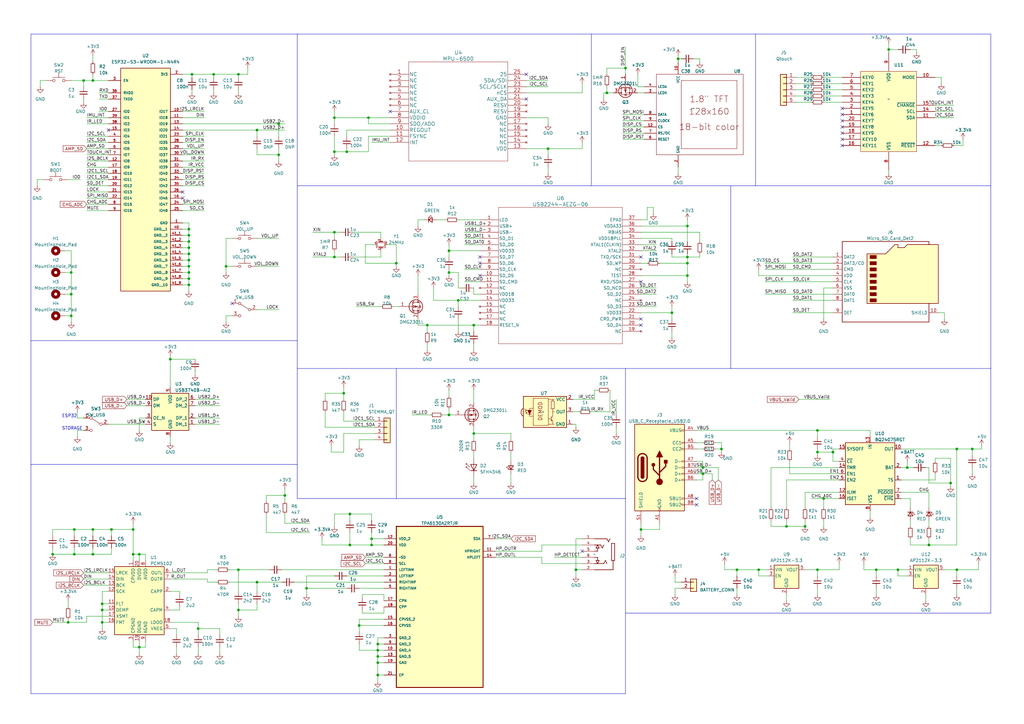
<source format=kicad_sch>
(kicad_sch (version 20230121) (generator eeschema)
  (paper "A3")
  (lib_symbols
    (symbol "Audio:PCM5102"
      (property "Reference" "U" (at -10.16 13.97 0))
      (property "Value" "PCM5102" (at 3.81 13.97 0))
      (symbol "PCM5102_1_1"
        (pin passive line (at -2.54 15.24 270) (length 2.54) (name "CPVDD") (number "1"))
        (pin input line (at -12.7 -5.08 0) (length 2.54) (name "DEMP") (number "10"))
        (pin input line (at -12.7 -2.54 0) (length 2.54) (name "FLT") (number "11"))
        (pin input line (at -12.7 2.54 0) (length 2.54) (name "SCK") (number "12"))
        (pin input line (at -12.7 5.08 0) (length 2.54) (name "BCK") (number "13"))
        (pin input line (at -12.7 7.62 0) (length 2.54) (name "DIN") (number "14"))
        (pin input line (at -12.7 10.16 0) (length 2.54) (name "LRCK") (number "15"))
        (pin input line (at -12.7 -10.16 0) (length 2.54) (name "FMT") (number "16"))
        (pin input line (at -12.7 -7.62 0) (length 2.54) (name "XSMT") (number "17"))
        (pin passive line (at 12.7 -10.16 180) (length 2.54) (name "LDOO") (number "18"))
        (pin power_in line (at 0 -17.78 90) (length 2.54) (name "DGND") (number "19"))
        (pin passive line (at 12.7 2.54 180) (length 2.54) (name "CAPP") (number "2"))
        (pin power_in line (at 0 15.24 270) (length 2.54) (name "DVDD") (number "20"))
        (pin power_in line (at -2.54 -17.78 90) (length 2.54) (name "CPGND") (number "3"))
        (pin passive line (at 12.7 -5.08 180) (length 2.54) (name "CAPM") (number "4"))
        (pin passive line (at 12.7 -12.7 180) (length 2.54) (name "VNEG") (number "5"))
        (pin output line (at 12.7 10.16 180) (length 2.54) (name "OUTL") (number "6"))
        (pin output line (at 12.7 7.62 180) (length 2.54) (name "OUTR") (number "7"))
        (pin power_in line (at 2.54 15.24 270) (length 2.54) (name "AVDD") (number "8"))
        (pin power_in line (at 2.54 -17.78 90) (length 2.54) (name "AGND") (number "9"))
      )
    )
    (symbol "Battery_Management:BQ24075RGT"
      (property "Reference" "U" (at -8.89 13.97 0))
      (property "Value" "BQ24075RGT" (at 16.51 13.97 0))
      (symbol "BQ24075RGT_1_1"
        (pin passive line (at 12.7 -2.54 180) (length 2.54) (name "TS") (number "1"))
        (pin power_out line (at 12.7 10.16 180) (length 2.54) (name "OUT") (number "10"))
        (pin passive line (at 12.7 10.16 180) (length 2.54) hide (name "OUT") (number "11"))
        (pin passive line (at -12.7 -7.62 0) (length 2.54) (name "ILIM") (number "12"))
        (pin power_in line (at 0 15.24 270) (length 2.54) (name "IN") (number "13"))
        (pin input line (at -12.7 2.54 0) (length 2.54) (name "TMR") (number "14"))
        (pin input line (at -12.7 10.16 0) (length 2.54) (name "SYSOFF") (number "15"))
        (pin passive line (at -12.7 -10.16 0) (length 2.54) (name "ISET") (number "16"))
        (pin passive line (at 0 -15.24 90) (length 2.54) hide (name "VSS") (number "17"))
        (pin power_out line (at 12.7 2.54 180) (length 2.54) (name "BAT") (number "2"))
        (pin passive line (at 12.7 2.54 180) (length 2.54) hide (name "BAT") (number "3"))
        (pin input line (at -12.7 5.08 0) (length 2.54) (name "~{CE}") (number "4"))
        (pin input line (at -12.7 -2.54 0) (length 2.54) (name "EN2") (number "5"))
        (pin input line (at -12.7 0 0) (length 2.54) (name "EN1") (number "6"))
        (pin open_collector line (at 12.7 -7.62 180) (length 2.54) (name "~{PGOOD}") (number "7"))
        (pin power_in line (at 0 -15.24 90) (length 2.54) (name "VSS") (number "8"))
        (pin open_collector line (at 12.7 -10.16 180) (length 2.54) (name "~{CHG}") (number "9"))
      )
    )
    (symbol "Connector:Micro_SD_Card_Det1"
      (property "Reference" "J" (at -16.51 17.78 0))
      (property "Value" "Micro_SD_Card_Det1" (at 16.51 17.78 0))
      (symbol "Micro_SD_Card_Det1_1_1"
        (pin bidirectional line (at -22.86 10.16 0) (length 3.81) (name "DAT2") (number "1"))
        (pin passive line (at 20.32 -12.7 180) (length 3.81) (name "SHIELD") (number "10"))
        (pin bidirectional line (at -22.86 7.62 0) (length 3.81) (name "DAT3/CD") (number "2"))
        (pin input line (at -22.86 5.08 0) (length 3.81) (name "CMD") (number "3"))
        (pin power_in line (at -22.86 2.54 0) (length 3.81) (name "VDD") (number "4"))
        (pin input line (at -22.86 0 0) (length 3.81) (name "CLK") (number "5"))
        (pin power_in line (at -22.86 -2.54 0) (length 3.81) (name "VSS") (number "6"))
        (pin bidirectional line (at -22.86 -5.08 0) (length 3.81) (name "DAT0") (number "7"))
        (pin bidirectional line (at -22.86 -7.62 0) (length 3.81) (name "DAT1") (number "8"))
        (pin passive line (at -22.86 -12.7 0) (length 3.81) (name "DET") (number "9"))
      )
    )
    (symbol "Connector:USB_C_Receptacle_USB2.0" (pin_names (offset 1.016))
      (property "Reference" "J" (at -10.16 19.05 0))
      (property "Value" "USB_C_Receptacle_USB2.0" (at 19.05 19.05 0))
      (symbol "USB_C_Receptacle_USB2.0_1_1"
        (pin passive line (at 0 -22.86 90) (length 5.08) (name "GND") (number "A1"))
        (pin passive line (at 0 -22.86 90) (length 5.08) hide (name "GND") (number "A12"))
        (pin passive line (at 15.24 15.24 180) (length 5.08) (name "VBUS") (number "A4"))
        (pin bidirectional line (at 15.24 10.16 180) (length 5.08) (name "CC1") (number "A5"))
        (pin bidirectional line (at 15.24 -2.54 180) (length 5.08) (name "D+") (number "A6"))
        (pin bidirectional line (at 15.24 2.54 180) (length 5.08) (name "D-") (number "A7"))
        (pin bidirectional line (at 15.24 -12.7 180) (length 5.08) (name "SBU1") (number "A8"))
        (pin passive line (at 15.24 15.24 180) (length 5.08) hide (name "VBUS") (number "A9"))
        (pin passive line (at 0 -22.86 90) (length 5.08) hide (name "GND") (number "B1"))
        (pin passive line (at 0 -22.86 90) (length 5.08) hide (name "GND") (number "B12"))
        (pin passive line (at 15.24 15.24 180) (length 5.08) hide (name "VBUS") (number "B4"))
        (pin bidirectional line (at 15.24 7.62 180) (length 5.08) (name "CC2") (number "B5"))
        (pin bidirectional line (at 15.24 -5.08 180) (length 5.08) (name "D+") (number "B6"))
        (pin bidirectional line (at 15.24 0 180) (length 5.08) (name "D-") (number "B7"))
        (pin bidirectional line (at 15.24 -15.24 180) (length 5.08) (name "SBU2") (number "B8"))
        (pin passive line (at 15.24 15.24 180) (length 5.08) hide (name "VBUS") (number "B9"))
        (pin passive line (at -7.62 -22.86 90) (length 5.08) (name "SHIELD") (number "S1"))
      )
    )
    (symbol "Connector_Generic:Conn_01x02" (pin_names (offset 1.016) hide)
      (property "Reference" "J" (at 0 2.54 0))
      (property "Value" "Conn_01x02" (at 0 -5.08 0))
      (symbol "Conn_01x02_1_1"
        (pin passive line (at -5.08 0 0) (length 3.81) (name "Pin_1") (number "1"))
        (pin passive line (at -5.08 -2.54 0) (length 3.81) (name "Pin_2") (number "2"))
      )
    )
    (symbol "Connector_Generic:Conn_01x04" (pin_names (offset 1.016) hide)
      (property "Reference" "J" (at 0 5.08 0))
      (property "Value" "Conn_01x04" (at 0 -7.62 0))
      (symbol "Conn_01x04_1_1"
        (pin passive line (at -5.08 2.54 0) (length 3.81) (name "Pin_1") (number "1"))
        (pin passive line (at -5.08 0 0) (length 3.81) (name "Pin_2") (number "2"))
        (pin passive line (at -5.08 -2.54 0) (length 3.81) (name "Pin_3") (number "3"))
        (pin passive line (at -5.08 -5.08 0) (length 3.81) (name "Pin_4") (number "4"))
      )
    )
    (symbol "Connector_Generic:Conn_01x05" (pin_names (offset 1.016) hide)
      (property "Reference" "J" (at 0 7.62 0))
      (property "Value" "Conn_01x05" (at 0 -7.62 0))
      (symbol "Conn_01x05_1_1"
        (pin passive line (at -5.08 5.08 0) (length 3.81) (name "Pin_1") (number "1"))
        (pin passive line (at -5.08 2.54 0) (length 3.81) (name "Pin_2") (number "2"))
        (pin passive line (at -5.08 0 0) (length 3.81) (name "Pin_3") (number "3"))
        (pin passive line (at -5.08 -2.54 0) (length 3.81) (name "Pin_4") (number "4"))
        (pin passive line (at -5.08 -5.08 0) (length 3.81) (name "Pin_5") (number "5"))
      )
    )
    (symbol "Device:C_Small" (pin_numbers hide) (pin_names (offset 0.254) hide)
      (property "Reference" "C" (at 0.254 1.778 0))
      (property "Value" "C_Small" (at 0.254 -2.032 0))
      (symbol "C_Small_1_1"
        (pin passive line (at 0 2.54 270) (length 2.032) (name "~") (number "1"))
        (pin passive line (at 0 -2.54 90) (length 2.032) (name "~") (number "2"))
      )
    )
    (symbol "Device:Crystal_GND24_Small" (pin_names (offset 1.016) hide)
      (property "Reference" "Y" (at 1.27 4.445 0))
      (property "Value" "Crystal_GND24_Small" (at 1.27 2.54 0))
      (symbol "Crystal_GND24_Small_1_1"
        (pin passive line (at -2.54 0 0) (length 1.27) (name "1") (number "1"))
        (pin passive line (at 0 -2.54 90) (length 0.635) (name "2") (number "2"))
        (pin passive line (at 2.54 0 180) (length 1.27) (name "3") (number "3"))
        (pin passive line (at 0 2.54 270) (length 0.635) (name "4") (number "4"))
      )
    )
    (symbol "Device:LED_Small" (pin_numbers hide) (pin_names (offset 0.254) hide)
      (property "Reference" "D" (at -1.27 3.175 0))
      (property "Value" "LED_Small" (at -4.445 -2.54 0))
      (symbol "LED_Small_1_1"
        (pin passive line (at -2.54 0 0) (length 1.778) (name "K") (number "1"))
        (pin passive line (at 2.54 0 180) (length 1.778) (name "A") (number "2"))
      )
    )
    (symbol "Device:R_Small" (pin_numbers hide) (pin_names (offset 0.254) hide)
      (property "Reference" "R" (at 0.762 0.508 0))
      (property "Value" "R_Small" (at 0.762 -1.016 0))
      (symbol "R_Small_1_1"
        (pin passive line (at 0 2.54 270) (length 0.762) (name "~") (number "1"))
        (pin passive line (at 0 -2.54 90) (length 0.762) (name "~") (number "2"))
      )
    )
    (symbol "ESP32-S3-WROOM-1-N8R8:ESP32-S3-WROOM-1-N8R8" (pin_names (offset 1.016))
      (property "Reference" "U" (at -10.16 34.1122 0))
      (property "Value" "ESP32-S3-WROOM-1-N8R8" (at -10.16 -60.96 0))
      (symbol "ESP32-S3-WROOM-1-N8R8_0_0"
        (pin power_in line (at 15.24 -30.48 180) (length 5.08) (name "GND") (number "1"))
        (pin bidirectional line (at 15.24 15.24 180) (length 5.08) (name "IO17") (number "10"))
        (pin bidirectional line (at 15.24 12.7 180) (length 5.08) (name "IO18") (number "11"))
        (pin bidirectional line (at -15.24 -5.08 0) (length 5.08) (name "IO8") (number "12"))
        (pin bidirectional line (at 15.24 10.16 180) (length 5.08) (name "IO19") (number "13"))
        (pin bidirectional line (at 15.24 7.62 180) (length 5.08) (name "IO20") (number "14"))
        (pin bidirectional line (at -15.24 7.62 0) (length 5.08) (name "IO3") (number "15"))
        (pin bidirectional line (at 15.24 -20.32 180) (length 5.08) (name "IO46") (number "16"))
        (pin bidirectional line (at -15.24 -7.62 0) (length 5.08) (name "IO9") (number "17"))
        (pin bidirectional line (at -15.24 -10.16 0) (length 5.08) (name "IO10") (number "18"))
        (pin bidirectional line (at -15.24 -12.7 0) (length 5.08) (name "IO11") (number "19"))
        (pin power_in line (at 15.24 30.48 180) (length 5.08) (name "3V3") (number "2"))
        (pin bidirectional line (at -15.24 -15.24 0) (length 5.08) (name "IO12") (number "20"))
        (pin bidirectional line (at -15.24 -17.78 0) (length 5.08) (name "IO13") (number "21"))
        (pin bidirectional line (at -15.24 -20.32 0) (length 5.08) (name "IO14") (number "22"))
        (pin bidirectional line (at 15.24 5.08 180) (length 5.08) (name "IO21") (number "23"))
        (pin bidirectional line (at 15.24 -22.86 180) (length 5.08) (name "IO47") (number "24"))
        (pin bidirectional line (at 15.24 -25.4 180) (length 5.08) (name "IO48") (number "25"))
        (pin bidirectional line (at 15.24 -17.78 180) (length 5.08) (name "IO45") (number "26"))
        (pin bidirectional line (at -15.24 15.24 0) (length 5.08) (name "IO0") (number "27"))
        (pin bidirectional line (at 15.24 2.54 180) (length 5.08) (name "IO35") (number "28"))
        (pin bidirectional line (at 15.24 0 180) (length 5.08) (name "IO36") (number "29"))
        (pin input line (at -15.24 27.94 0) (length 5.08) (name "EN") (number "3"))
        (pin bidirectional line (at 15.24 -2.54 180) (length 5.08) (name "IO37") (number "30"))
        (pin bidirectional line (at 15.24 -5.08 180) (length 5.08) (name "IO38") (number "31"))
        (pin bidirectional line (at 15.24 -7.62 180) (length 5.08) (name "IO39") (number "32"))
        (pin bidirectional line (at 15.24 -10.16 180) (length 5.08) (name "IO40") (number "33"))
        (pin bidirectional line (at 15.24 -12.7 180) (length 5.08) (name "IO41") (number "34"))
        (pin bidirectional line (at 15.24 -15.24 180) (length 5.08) (name "IO42") (number "35"))
        (pin bidirectional line (at -15.24 22.86 0) (length 5.08) (name "RXD0") (number "36"))
        (pin bidirectional line (at -15.24 20.32 0) (length 5.08) (name "TXD0") (number "37"))
        (pin bidirectional line (at -15.24 10.16 0) (length 5.08) (name "IO2") (number "38"))
        (pin bidirectional line (at -15.24 12.7 0) (length 5.08) (name "IO1") (number "39"))
        (pin bidirectional line (at -15.24 5.08 0) (length 5.08) (name "IO4") (number "4"))
        (pin power_in line (at 15.24 -33.02 180) (length 5.08) (name "GND__1") (number "40"))
        (pin power_in line (at 15.24 -35.56 180) (length 5.08) (name "GND__2") (number "41_1"))
        (pin power_in line (at 15.24 -38.1 180) (length 5.08) (name "GND__3") (number "41_2"))
        (pin power_in line (at 15.24 -40.64 180) (length 5.08) (name "GND__4") (number "41_3"))
        (pin power_in line (at 15.24 -43.18 180) (length 5.08) (name "GND__5") (number "41_4"))
        (pin power_in line (at 15.24 -45.72 180) (length 5.08) (name "GND__6") (number "41_5"))
        (pin power_in line (at 15.24 -48.26 180) (length 5.08) (name "GND__7") (number "41_6"))
        (pin power_in line (at 15.24 -50.8 180) (length 5.08) (name "GND__8") (number "41_7"))
        (pin power_in line (at 15.24 -53.34 180) (length 5.08) (name "GND__9") (number "41_8"))
        (pin power_in line (at 15.24 -55.88 180) (length 5.08) (name "GND__10") (number "41_9"))
        (pin bidirectional line (at -15.24 2.54 0) (length 5.08) (name "IO5") (number "5"))
        (pin bidirectional line (at -15.24 0 0) (length 5.08) (name "IO6") (number "6"))
        (pin bidirectional line (at -15.24 -2.54 0) (length 5.08) (name "IO7") (number "7"))
        (pin bidirectional line (at -15.24 -22.86 0) (length 5.08) (name "IO15") (number "8"))
        (pin bidirectional line (at -15.24 -25.4 0) (length 5.08) (name "IO16") (number "9"))
      )
    )
    (symbol "Interface_USB:USB3740B-AI2"
      (property "Reference" "U" (at -6.35 8.89 0))
      (property "Value" "USB3740B-AI2" (at 10.16 8.89 0))
      (symbol "USB3740B-AI2_1_1"
        (pin bidirectional line (at 10.16 -5.08 180) (length 2.54) (name "DM_1") (number "1"))
        (pin bidirectional line (at -10.16 5.08 0) (length 2.54) (name "DP") (number "10"))
        (pin bidirectional line (at 10.16 -2.54 180) (length 2.54) (name "DP_1") (number "2"))
        (pin input line (at -10.16 -2.54 0) (length 2.54) (name "OE_N") (number "3"))
        (pin input line (at -10.16 -5.08 0) (length 2.54) (name "S") (number "4"))
        (pin power_in line (at 0 10.16 270) (length 2.54) (name "VDD") (number "5"))
        (pin bidirectional line (at 10.16 5.08 180) (length 2.54) (name "DP_2") (number "6"))
        (pin bidirectional line (at 10.16 2.54 180) (length 2.54) (name "DM_2") (number "7"))
        (pin power_in line (at 0 -10.16 90) (length 2.54) (name "GND") (number "8"))
        (pin bidirectional line (at -10.16 2.54 0) (length 2.54) (name "DM") (number "9"))
      )
    )
    (symbol "LED:SFH4346" (pin_numbers hide) (pin_names (offset 1.016) hide)
      (property "Reference" "D" (at 0.508 1.778 0))
      (property "Value" "SFH4346" (at -1.016 -2.794 0))
      (symbol "SFH4346_1_1"
        (pin passive line (at -5.08 0 0) (length 2.54) (name "K") (number "1"))
        (pin passive line (at 2.54 0 180) (length 2.54) (name "A") (number "2"))
      )
    )
    (symbol "MPU-6500:MPU-6500" (pin_names (offset 0.254))
      (property "Reference" "U" (at 27.94 10.16 0))
      (property "Value" "MPU-6500" (at 27.94 7.62 0))
      (symbol "MPU-6500_1_1"
        (pin no_connect line (at 0 0 0) (length 7.62) (name "NC") (number "1"))
        (pin unspecified line (at 0 -22.86 0) (length 7.62) (name "REGOUT") (number "10"))
        (pin input line (at 0 -25.4 0) (length 7.62) (name "FSYNC") (number "11"))
        (pin output line (at 0 -27.94 0) (length 7.62) (name "INT") (number "12"))
        (pin power_in line (at 55.88 -30.48 180) (length 7.62) (name "VDD") (number "13"))
        (pin no_connect line (at 55.88 -27.94 180) (length 7.62) (name "NC") (number "14"))
        (pin no_connect line (at 55.88 -25.4 180) (length 7.62) (name "NC") (number "15"))
        (pin no_connect line (at 55.88 -22.86 180) (length 7.62) (name "NC") (number "16"))
        (pin no_connect line (at 55.88 -20.32 180) (length 7.62) (name "NC") (number "17"))
        (pin power_in line (at 55.88 -17.78 180) (length 7.62) (name "GND") (number "18"))
        (pin no_connect line (at 55.88 -15.24 180) (length 7.62) (name "RESV") (number "19"))
        (pin no_connect line (at 0 -2.54 0) (length 7.62) (name "NC") (number "2"))
        (pin no_connect line (at 55.88 -12.7 180) (length 7.62) (name "RESV") (number "20"))
        (pin unspecified line (at 55.88 -10.16 180) (length 7.62) (name "AUX_DA") (number "21"))
        (pin unspecified line (at 55.88 -7.62 180) (length 7.62) (name "nCS") (number "22"))
        (pin unspecified line (at 55.88 -5.08 180) (length 7.62) (name "SCL/SCLK") (number "23"))
        (pin unspecified line (at 55.88 -2.54 180) (length 7.62) (name "SDA/SDI") (number "24"))
        (pin unspecified line (at 55.88 0 180) (length 7.62) (name "25") (number "25"))
        (pin no_connect line (at 0 -5.08 0) (length 7.62) (name "NC") (number "3"))
        (pin no_connect line (at 0 -7.62 0) (length 7.62) (name "NC") (number "4"))
        (pin no_connect line (at 0 -10.16 0) (length 7.62) (name "NC") (number "5"))
        (pin no_connect line (at 0 -12.7 0) (length 7.62) (name "NC") (number "6"))
        (pin unspecified line (at 0 -15.24 0) (length 7.62) (name "AUX_CL") (number "7"))
        (pin power_in line (at 0 -17.78 0) (length 7.62) (name "VDDIO") (number "8"))
        (pin unspecified line (at 0 -20.32 0) (length 7.62) (name "SDO/ADO") (number "9"))
      )
    )
    (symbol "Mechanical:MountingHole_Pad" (pin_numbers hide) (pin_names (offset 1.016) hide)
      (property "Reference" "H" (at 0 6.35 0))
      (property "Value" "MountingHole_Pad" (at 0 4.445 0))
      (symbol "MountingHole_Pad_1_1"
        (pin input line (at 0 -2.54 90) (length 2.54) (name "1") (number "1"))
      )
    )
    (symbol "Melodio_V2:1.8{dblquote}_TFT_128x160"
      (property "Reference" "U" (at -16.51 19.05 0))
      (symbol "1.8{dblquote}_TFT_128x160_1_0"
        (text "1.8\" TFT" (at 3.81 7.62 0) (effects (font (size 2.54 2.54))))
        (text "128x160" (at 3.81 2.54 0) (effects (font (size 2.54 2.54))))
        (text "18-bit color" (at 3.81 -3.81 0) (effects (font (size 2.54 2.54))))
      )
      (symbol "1.8{dblquote}_TFT_128x160_1_1"
        (pin power_in line (at -8.89 22.86 270) (length 5.08) (name "VCC") (number "10"))
        (pin power_in line (at -8.89 22.86 270) (length 5.08) hide (name "VCC2") (number "11"))
        (pin input line (at -22.86 -3.81 0) (length 5.08) (name "CS") (number "12"))
        (pin power_in line (at -8.89 -20.32 90) (length 5.08) hide (name "GND2") (number "13"))
        (pin power_in line (at -8.89 -20.32 90) (length 5.08) (name "GND") (number "2"))
        (pin input line (at -22.86 10.16 0) (length 5.08) (name "LEDK") (number "3"))
        (pin input line (at -22.86 12.7 0) (length 5.08) (name "LEDA") (number "4"))
        (pin power_in line (at -8.89 -20.32 90) (length 5.08) hide (name "GND1") (number "5"))
        (pin input line (at -22.86 -8.89 0) (length 5.08) (name "RESET") (number "6"))
        (pin input line (at -22.86 -6.35 0) (length 5.08) (name "RS/DC") (number "7"))
        (pin bidirectional line (at -22.86 1.27 0) (length 5.08) (name "DATA") (number "8"))
        (pin input line (at -22.86 -1.27 0) (length 5.08) (name "CLOCK") (number "9"))
      )
    )
    (symbol "Melodio_V2:AT42QT2120"
      (property "Reference" "U" (at -11.43 17.78 0))
      (symbol "AT42QT2120_1_1"
        (pin bidirectional line (at -19.05 -1.27 0) (length 7.62) (name "KEY6") (number "1"))
        (pin input line (at 19.05 13.97 180) (length 7.62) (name "MODE") (number "10"))
        (pin tri_state line (at 19.05 -2.54 180) (length 7.62) (name "SDA") (number "11"))
        (pin input line (at 19.05 -13.97 180) (length 7.62) (name "~{RESET}") (number "12"))
        (pin no_connect line (at 7.62 -24.13 90) (length 7.62) hide (name "NC") (number "13"))
        (pin tri_state line (at 19.05 0 180) (length 7.62) (name "SCL") (number "14"))
        (pin tri_state line (at 19.05 2.54 180) (length 7.62) (name "~{CHANGE}") (number "15"))
        (pin bidirectional line (at -19.05 -13.97 0) (length 7.62) (name "KEY11") (number "16"))
        (pin bidirectional line (at -19.05 -11.43 0) (length 7.62) (name "KEY10") (number "17"))
        (pin bidirectional line (at -19.05 -8.89 0) (length 7.62) (name "KEY9") (number "18"))
        (pin bidirectional line (at -19.05 -6.35 0) (length 7.62) (name "KEY8") (number "19"))
        (pin bidirectional line (at -19.05 1.27 0) (length 7.62) (name "KEY5") (number "2"))
        (pin bidirectional line (at -19.05 -3.81 0) (length 7.62) (name "KEY7") (number "20"))
        (pin bidirectional line (at -19.05 3.81 0) (length 7.62) (name "KEY4") (number "3"))
        (pin bidirectional line (at -19.05 6.35 0) (length 7.62) (name "KEY3") (number "4"))
        (pin bidirectional line (at -19.05 8.89 0) (length 7.62) (name "KEY2") (number "5"))
        (pin bidirectional line (at -19.05 11.43 0) (length 7.62) (name "KEY1") (number "6"))
        (pin bidirectional line (at -19.05 13.97 0) (length 7.62) (name "KEY0") (number "7"))
        (pin power_in line (at 0 -24.13 90) (length 7.62) (name "VSS") (number "8"))
        (pin power_in line (at 0 24.13 270) (length 7.62) (name "VDD") (number "9"))
      )
    )
    (symbol "Melodio_V2:IRM-V838M3-C-TR1"
      (property "Reference" "U" (at -10.922 0 0))
      (symbol "IRM-V838M3-C-TR1_0_0"
        (text "DEMOD" (at -12.065 0.254 900) (effects (font (size 1.524 1.524))))
      )
      (symbol "IRM-V838M3-C-TR1_1_1"
        (pin power_in line (at 1.27 -5.08 180) (length 2.54) (name "GND") (number "1"))
        (pin power_in line (at 1.27 5.08 180) (length 2.54) (name "VCC") (number "2"))
        (pin output line (at 1.27 0 180) (length 2.54) (name "OUT") (number "3"))
        (pin power_in line (at 1.27 -5.08 180) (length 2.54) hide (name "GND") (number "4"))
      )
    )
    (symbol "Melodio_V2:PJ-399E"
      (property "Reference" "J" (at 0 7.366 0))
      (symbol "PJ-399E_0_0"
        (pin passive line (at 5.08 -6.35 180) (length 5.08) (name "~") (number "1"))
        (pin passive line (at 5.08 6.35 180) (length 5.08) (name "~") (number "2"))
        (pin passive line (at 5.08 3.81 180) (length 5.08) (name "~") (number "3"))
        (pin passive line (at 5.08 -3.81 180) (length 5.08) (name "~") (number "4"))
        (pin passive line (at 5.08 -1.27 180) (length 5.08) (name "~") (number "5"))
        (pin passive line (at 5.08 1.27 180) (length 5.08) (name "~") (number "6"))
      )
    )
    (symbol "Regulator_Linear:AP2112K-3.3" (pin_names (offset 0.254))
      (property "Reference" "U" (at -5.08 5.715 0))
      (property "Value" "AP2112K-3.3" (at 0 5.715 0))
      (symbol "AP2112K-3.3_1_1"
        (pin power_in line (at -7.62 2.54 0) (length 2.54) (name "VIN") (number "1"))
        (pin power_in line (at 0 -7.62 90) (length 2.54) (name "GND") (number "2"))
        (pin input line (at -7.62 0 0) (length 2.54) (name "EN") (number "3"))
        (pin no_connect line (at 5.08 0 180) (length 2.54) hide (name "NC") (number "4"))
        (pin power_out line (at 7.62 2.54 180) (length 2.54) (name "VOUT") (number "5"))
      )
    )
    (symbol "Switch:SW_Push" (pin_numbers hide) (pin_names (offset 1.016) hide)
      (property "Reference" "SW" (at 1.27 2.54 0))
      (property "Value" "SW_Push" (at 0 -1.524 0))
      (symbol "SW_Push_0_1"
        (pin passive line (at -5.08 0 0) (length 2.54) (name "1") (number "1"))
        (pin passive line (at 5.08 0 180) (length 2.54) (name "2") (number "2"))
      )
    )
    (symbol "Switch:SW_SPDT" (pin_names (offset 0) hide)
      (property "Reference" "SW" (at 0 4.318 0))
      (property "Value" "SW_SPDT" (at 0 -5.08 0))
      (symbol "SW_SPDT_1_1"
        (pin passive line (at 5.08 2.54 180) (length 2.54) (name "A") (number "1"))
        (pin passive line (at -5.08 0 0) (length 2.54) (name "B") (number "2"))
        (pin passive line (at 5.08 -2.54 180) (length 2.54) (name "C") (number "3"))
      )
    )
    (symbol "TPA6130A2RTJR:TPA6130A2RTJR" (pin_names (offset 1.016))
      (property "Reference" "U" (at -4.2483 33.0455 0))
      (property "Value" "TPA6130A2RTJR" (at -4.9075 -39.9469 0))
      (symbol "TPA6130A2RTJR_0_0"
        (pin input line (at -22.86 12.7 0) (length 5.08) (name "LEFTINM") (number "1"))
        (pin passive line (at -22.86 -20.32 0) (length 5.08) (name "GND_4") (number "10"))
        (pin output line (at 22.86 20.32 180) (length 5.08) (name "HPRIGHT") (number "11"))
        (pin power_in line (at -22.86 25.4 0) (length 5.08) (name "VDD_2") (number "12"))
        (pin passive line (at -22.86 -22.86 0) (length 5.08) (name "GND_5") (number "13"))
        (pin output line (at 22.86 17.78 180) (length 5.08) (name "HPLEFT") (number "14"))
        (pin power_in line (at -22.86 -7.62 0) (length 5.08) (name "CPVSS_2") (number "15"))
        (pin power_in line (at -22.86 -10.16 0) (length 5.08) (name "CPVSS") (number "16"))
        (pin power_in line (at -22.86 0 0) (length 5.08) (name "CPN") (number "17"))
        (pin power_in line (at -22.86 -2.54 0) (length 5.08) (name "CPP") (number "18"))
        (pin passive line (at -22.86 -25.4 0) (length 5.08) (name "GND") (number "19"))
        (pin input line (at -22.86 10.16 0) (length 5.08) (name "LEFTINP") (number "2"))
        (pin power_in line (at -22.86 22.86 0) (length 5.08) (name "VDD") (number "20"))
        (pin passive line (at -22.86 -30.48 0) (length 5.08) (name "EP") (number "21"))
        (pin passive line (at -22.86 -15.24 0) (length 5.08) (name "GND_2") (number "3"))
        (pin input line (at -22.86 7.62 0) (length 5.08) (name "RIGHTINP") (number "4"))
        (pin input line (at -22.86 5.08 0) (length 5.08) (name "RIGHTINM") (number "5"))
        (pin input line (at -22.86 17.78 0) (length 5.08) (name "~SD") (number "6"))
        (pin bidirectional line (at 22.86 25.4 180) (length 5.08) (name "SDA") (number "7"))
        (pin input line (at -22.86 15.24 0) (length 5.08) (name "SCL") (number "8"))
        (pin passive line (at -22.86 -17.78 0) (length 5.08) (name "GND_3") (number "9"))
      )
    )
    (symbol "Transistor_FET:DMG2301L" (pin_names hide)
      (property "Reference" "Q" (at 5.08 1.905 0))
      (property "Value" "DMG2301L" (at 5.08 0 0))
      (symbol "DMG2301L_1_1"
        (pin input line (at -5.08 0 0) (length 2.54) (name "G") (number "1"))
        (pin passive line (at 2.54 -5.08 90) (length 2.54) (name "S") (number "2"))
        (pin passive line (at 2.54 5.08 270) (length 2.54) (name "D") (number "3"))
      )
    )
    (symbol "USB2244-AEZG-06:USB2244-AEZG-06" (pin_names (offset 0.254))
      (property "Reference" "U" (at 33.02 10.16 0))
      (property "Value" "USB2244-AEZG-06" (at 33.02 7.62 0))
      (symbol "USB2244-AEZG-06_0_1"
        (pin bidirectional line (at 0 0 0) (length 7.62) (name "LED") (number "1"))
        (pin bidirectional line (at 0 -22.86 0) (length 7.62) (name "SD_D5") (number "10"))
        (pin bidirectional line (at 0 -25.4 0) (length 7.62) (name "SD_CMD") (number "11"))
        (pin no_connect line (at 0 -27.94 0) (length 7.62) (name "NC") (number "12"))
        (pin power_in line (at 0 -30.48 0) (length 7.62) (name "VDD18") (number "13"))
        (pin power_in line (at 0 -33.02 0) (length 7.62) (name "VDD33") (number "14"))
        (pin no_connect line (at 0 -35.56 0) (length 7.62) (name "NC") (number "15"))
        (pin no_connect line (at 0 -38.1 0) (length 7.62) (name "NC") (number "16"))
        (pin no_connect line (at 0 -40.64 0) (length 7.62) (name "NC") (number "17"))
        (pin input line (at 0 -43.18 0) (length 7.62) (name "RESET_N") (number "18"))
        (pin no_connect line (at 66.04 -45.72 180) (length 7.62) (name "NC") (number "19"))
        (pin bidirectional line (at 0 -2.54 0) (length 7.62) (name "USB+") (number "2"))
        (pin bidirectional line (at 66.04 -43.18 180) (length 7.62) (name "SD_D4") (number "20"))
        (pin bidirectional line (at 66.04 -40.64 180) (length 7.62) (name "CRD_PWR") (number "21"))
        (pin power_in line (at 66.04 -38.1 180) (length 7.62) (name "VDD33") (number "22"))
        (pin bidirectional line (at 66.04 -35.56 180) (length 7.62) (name "SD_D3") (number "23"))
        (pin no_connect line (at 66.04 -33.02 180) (length 7.62) (name "NC") (number "24"))
        (pin bidirectional line (at 66.04 -30.48 180) (length 7.62) (name "SD_D2") (number "25"))
        (pin bidirectional line (at 66.04 -27.94 180) (length 7.62) (name "SD_NCD") (number "26"))
        (pin bidirectional line (at 66.04 -25.4 180) (length 7.62) (name "RXD/SDA") (number "27"))
        (pin input line (at 66.04 -22.86 180) (length 7.62) (name "TEST") (number "28"))
        (pin no_connect line (at 66.04 -20.32 180) (length 7.62) (name "NC") (number "29"))
        (pin bidirectional line (at 0 -5.08 0) (length 7.62) (name "USB-") (number "3"))
        (pin unspecified line (at 66.04 -17.78 180) (length 7.62) (name "SD_WP") (number "30"))
        (pin bidirectional line (at 66.04 -15.24 180) (length 7.62) (name "TXD/SCK") (number "31"))
        (pin output line (at 66.04 -12.7 180) (length 7.62) (name "XTAL2") (number "32"))
        (pin input line (at 66.04 -10.16 180) (length 7.62) (name "XTAL1(CLKIN)") (number "33"))
        (pin power_in line (at 66.04 -7.62 180) (length 7.62) (name "VDD18PLL") (number "34"))
        (pin input line (at 66.04 -5.08 180) (length 7.62) (name "RBIAS") (number "35"))
        (pin power_in line (at 66.04 -2.54 180) (length 7.62) (name "VDDA33") (number "36"))
        (pin unspecified line (at 66.04 0 180) (length 7.62) (name "EPAD") (number "37"))
        (pin bidirectional line (at 0 -7.62 0) (length 7.62) (name "SD_D1") (number "4"))
        (pin bidirectional line (at 0 -10.16 0) (length 7.62) (name "SD_D0") (number "5"))
        (pin power_in line (at 0 -12.7 0) (length 7.62) (name "VDD33") (number "6"))
        (pin bidirectional line (at 0 -15.24 0) (length 7.62) (name "SD_D7") (number "7"))
        (pin bidirectional line (at 0 -17.78 0) (length 7.62) (name "SD_D6") (number "8"))
        (pin output line (at 0 -20.32 0) (length 7.62) (name "SD_CLK") (number "9"))
      )
    )
    (symbol "power:+3.3VA" (power) (pin_names (offset 0))
      (property "Value" "+3.3VA" (at 0 3.556 0))
      (symbol "+3.3VA_1_1"
        (pin power_in line (at 0 0 90) (length 0) hide (name "+3.3VA") (number "1"))
      )
    )
    (symbol "power:+3V3" (power) (pin_names (offset 0))
      (property "Value" "+3V3" (at 0 3.556 0))
      (symbol "+3V3_1_1"
        (pin power_in line (at 0 0 90) (length 0) hide (name "+3V3") (number "1"))
      )
    )
    (symbol "power:+5V" (power) (pin_names (offset 0))
      (property "Value" "+5V" (at 0 3.556 0))
      (symbol "+5V_1_1"
        (pin power_in line (at 0 0 90) (length 0) hide (name "+5V") (number "1"))
      )
    )
    (symbol "power:+BATT" (power) (pin_names (offset 0))
      (property "Value" "+BATT" (at 0 3.556 0))
      (symbol "+BATT_1_1"
        (pin power_in line (at 0 0 90) (length 0) hide (name "+BATT") (number "1"))
      )
    )
    (symbol "power:GND" (power) (pin_names (offset 0))
      (property "Value" "GND" (at 0 -3.81 0))
      (symbol "GND_1_1"
        (pin power_in line (at 0 0 270) (length 0) hide (name "GND") (number "1"))
      )
    )
  )
  (junction (at 152.4 223.52))
  (junction (at 184.15 111.76))
  (junction (at 281.94 107.95))
  (junction (at 154.94 264.16))
  (junction (at 125.73 241.3))
  (junction (at 152.4 220.98))
  (junction (at 137.16 62.23))
  (junction (at 311.15 233.68))
  (junction (at 29.21 120.65))
  (junction (at 262.89 217.17))
  (junction (at 281.94 105.41))
  (junction (at 97.79 250.19))
  (junction (at 38.1 217.17))
  (junction (at 330.2 215.9))
  (junction (at 57.15 227.33))
  (junction (at 77.47 106.68))
  (junction (at 288.29 191.77))
  (junction (at 154.94 269.24))
  (junction (at 77.47 111.76))
  (junction (at 335.28 233.68))
  (junction (at 392.43 184.15))
  (junction (at 335.28 185.42))
  (junction (at 147.32 256.54))
  (junction (at 77.47 116.84))
  (junction (at 54.61 217.17))
  (junction (at 92.71 109.22))
  (junction (at 143.51 223.52))
  (junction (at 364.49 20.32))
  (junction (at 281.94 113.03))
  (junction (at 114.3 63.5))
  (junction (at 30.48 217.17))
  (junction (at 87.63 30.48))
  (junction (at 114.3 50.8))
  (junction (at 21.59 227.33))
  (junction (at 381 223.52))
  (junction (at 97.79 233.68))
  (junction (at 137.16 95.25))
  (junction (at 187.96 123.19))
  (junction (at 184.15 102.87))
  (junction (at 116.84 203.2))
  (junction (at 359.41 233.68))
  (junction (at 81.28 257.81))
  (junction (at 41.91 255.27))
  (junction (at 105.41 53.34))
  (junction (at 77.47 96.52))
  (junction (at 77.47 104.14))
  (junction (at 78.74 30.48))
  (junction (at 143.51 210.82))
  (junction (at 184.15 170.18))
  (junction (at 337.82 204.47))
  (junction (at 137.16 105.41))
  (junction (at 162.56 107.95))
  (junction (at 236.22 233.68))
  (junction (at 41.91 247.65))
  (junction (at 322.58 215.9))
  (junction (at 151.13 48.26))
  (junction (at 154.94 271.78))
  (junction (at 278.13 24.13))
  (junction (at 142.24 62.23))
  (junction (at 97.79 30.48))
  (junction (at 281.94 92.71))
  (junction (at 256.54 27.94))
  (junction (at 77.47 101.6))
  (junction (at 392.43 233.68))
  (junction (at 194.31 177.8))
  (junction (at 302.26 233.68))
  (junction (at 389.89 198.12))
  (junction (at 335.28 176.53))
  (junction (at 41.91 250.19))
  (junction (at 27.94 255.27))
  (junction (at 29.21 111.76))
  (junction (at 77.47 114.3))
  (junction (at 154.94 276.86))
  (junction (at 105.41 238.76))
  (junction (at 38.1 227.33))
  (junction (at 140.97 161.29))
  (junction (at 45.72 217.17))
  (junction (at 372.11 191.77))
  (junction (at 54.61 227.33))
  (junction (at 175.26 133.35))
  (junction (at 275.59 128.27))
  (junction (at 34.29 33.02))
  (junction (at 77.47 99.06))
  (junction (at 137.16 48.26))
  (junction (at 248.92 38.1))
  (junction (at 154.94 266.7))
  (junction (at 341.63 185.42))
  (junction (at 77.47 109.22))
  (junction (at 288.29 194.31))
  (junction (at 30.48 227.33))
  (junction (at 38.1 33.02))
  (junction (at 77.47 93.98))
  (junction (at 29.21 129.54))
  (junction (at 295.91 184.15))
  (junction (at 398.78 184.15))
  (junction (at 368.3 233.68))
  (junction (at 69.85 147.32))
  (junction (at 57.15 265.43))
  (junction (at 224.79 60.96))
  (junction (at 194.31 133.35))
  (no_connect (at 262.89 130.81))
  (no_connect (at 196.85 105.41))
  (no_connect (at 160.02 45.72))
  (no_connect (at 196.85 113.03))
  (no_connect (at 262.89 105.41))
  (no_connect (at 345.44 52.07))
  (no_connect (at 215.9 40.64))
  (no_connect (at 95.25 124.46))
  (no_connect (at 285.75 207.01))
  (no_connect (at 345.44 44.45))
  (no_connect (at 196.85 107.95))
  (no_connect (at 345.44 54.61))
  (no_connect (at 215.9 30.48))
  (no_connect (at 345.44 49.53))
  (no_connect (at 74.93 81.28))
  (no_connect (at 74.93 78.74))
  (no_connect (at 238.76 226.06))
  (no_connect (at 262.89 133.35))
  (no_connect (at 345.44 46.99))
  (no_connect (at 285.75 204.47))
  (no_connect (at 345.44 59.69))
  (no_connect (at 345.44 57.15))
  (no_connect (at 262.89 115.57))
  (no_connect (at 44.45 53.34))
  (wire (pts (xy 101.6 27.94) (xy 101.6 30.48)))
  (wire (pts (xy 21.59 255.27) (xy 27.94 255.27)))
  (wire (pts (xy 38.1 227.33) (xy 45.72 227.33)))
  (wire (pts (xy 133.35 168.91) (xy 133.35 175.26)))
  (wire (pts (xy 344.17 196.85) (xy 322.58 196.85)))
  (wire (pts (xy 154.94 276.86) (xy 154.94 279.4)))
  (wire (pts (xy 293.37 184.15) (xy 295.91 184.15)))
  (wire (pts (xy 194.31 133.35) (xy 194.31 135.89)))
  (wire (pts (xy 80.01 152.4) (xy 80.01 153.67)))
  (wire (pts (xy 152.4 223.52) (xy 143.51 223.52)))
  (wire (pts (xy 255.27 49.53) (xy 264.16 49.53)))
  (wire (pts (xy 157.48 248.92) (xy 157.48 251.46)))
  (wire (pts (xy 215.9 33.02) (xy 224.79 33.02)))
  (wire (pts (xy 90.17 265.43) (xy 90.17 267.97)))
  (wire (pts (xy 381 220.98) (xy 381 223.52)))
  (wire (pts (xy 248.92 30.48) (xy 248.92 27.94)))
  (wire (pts (xy 162.56 107.95) (xy 162.56 100.33)))
  (wire (pts (xy 151.13 50.8) (xy 151.13 48.26)))
  (wire (pts (xy 356.87 176.53) (xy 356.87 179.07)))
  (wire (pts (xy 344.17 204.47) (xy 337.82 204.47)))
  (wire (pts (xy 54.61 227.33) (xy 54.61 229.87)))
  (wire (pts (xy 45.72 224.79) (xy 45.72 227.33)))
  (wire (pts (xy 41.91 250.19) (xy 41.91 255.27)))
  (wire (pts (xy 137.16 210.82) (xy 137.16 215.9)))
  (wire (pts (xy 398.78 191.77) (xy 398.78 194.31)))
  (wire (pts (xy 57.15 265.43) (xy 59.69 265.43)))
  (wire (pts (xy 105.41 60.96) (xy 105.41 63.5)))
  (wire (pts (xy 285.75 189.23) (xy 288.29 189.23)))
  (wire (pts (xy 69.85 237.49) (xy 85.09 237.49)))
  (wire (pts (xy 373.38 208.28) (xy 373.38 204.47)))
  (wire (pts (xy 288.29 196.85) (xy 285.75 196.85)))
  (wire (pts (xy 149.86 231.14) (xy 157.48 231.14)))
  (wire (pts (xy 152.4 220.98) (xy 152.4 218.44)))
  (wire (pts (xy 69.85 255.27) (xy 81.28 255.27)))
  (wire (pts (xy 34.29 33.02) (xy 34.29 35.56)))
  (polyline (pts (xy 406.4 151.13) (xy 406.4 251.46)))
  (wire (pts (xy 215.9 38.1) (xy 238.76 38.1)))
  (wire (pts (xy 44.45 55.88) (xy 35.56 55.88)))
  (wire (pts (xy 369.57 201.93) (xy 381 201.93)))
  (wire (pts (xy 142.24 236.22) (xy 157.48 236.22)))
  (wire (pts (xy 288.29 194.31) (xy 288.29 196.85)))
  (wire (pts (xy 330.2 213.36) (xy 330.2 215.9)))
  (wire (pts (xy 368.3 233.68) (xy 359.41 233.68)))
  (wire (pts (xy 115.57 233.68) (xy 157.48 233.68)))
  (wire (pts (xy 337.82 34.29) (xy 345.44 34.29)))
  (wire (pts (xy 35.56 252.73) (xy 44.45 252.73)))
  (wire (pts (xy 344.17 201.93) (xy 330.2 201.93)))
  (wire (pts (xy 116.84 205.74) (xy 116.84 203.2)))
  (wire (pts (xy 152.4 210.82) (xy 143.51 210.82)))
  (polyline (pts (xy 309.88 13.97) (xy 242.57 13.97)))
  (wire (pts (xy 148.59 243.84) (xy 148.59 245.11)))
  (wire (pts (xy 168.91 170.18) (xy 176.53 170.18)))
  (wire (pts (xy 77.47 93.98) (xy 77.47 96.52)))
  (wire (pts (xy 140.97 161.29) (xy 133.35 161.29)))
  (wire (pts (xy 87.63 36.83) (xy 87.63 38.1)))
  (wire (pts (xy 35.56 78.74) (xy 44.45 78.74)))
  (wire (pts (xy 209.55 185.42) (xy 209.55 189.23)))
  (wire (pts (xy 194.31 185.42) (xy 194.31 187.96)))
  (wire (pts (xy 54.61 262.89) (xy 54.61 265.43)))
  (wire (pts (xy 21.59 219.71) (xy 21.59 217.17)))
  (wire (pts (xy 332.74 204.47) (xy 337.82 204.47)))
  (wire (pts (xy 74.93 104.14) (xy 77.47 104.14)))
  (wire (pts (xy 142.24 241.3) (xy 125.73 241.3)))
  (wire (pts (xy 265.43 85.09) (xy 267.97 85.09)))
  (wire (pts (xy 387.35 128.27) (xy 387.35 130.81)))
  (wire (pts (xy 157.48 243.84) (xy 148.59 243.84)))
  (wire (pts (xy 311.15 110.49) (xy 311.15 113.03)))
  (wire (pts (xy 335.28 176.53) (xy 335.28 179.07)))
  (wire (pts (xy 133.35 175.26) (xy 153.67 175.26)))
  (wire (pts (xy 297.18 231.14) (xy 297.18 233.68)))
  (wire (pts (xy 77.47 96.52) (xy 77.47 99.06)))
  (wire (pts (xy 105.41 250.19) (xy 97.79 250.19)))
  (wire (pts (xy 234.95 168.91) (xy 237.49 168.91)))
  (wire (pts (xy 81.28 257.81) (xy 81.28 260.35)))
  (wire (pts (xy 359.41 233.68) (xy 359.41 236.22)))
  (wire (pts (xy 157.48 220.98) (xy 152.4 220.98)))
  (wire (pts (xy 80.01 173.99) (xy 90.17 173.99)))
  (wire (pts (xy 77.47 99.06) (xy 77.47 101.6)))
  (wire (pts (xy 41.91 255.27) (xy 41.91 257.81)))
  (polyline (pts (xy 121.92 204.47) (xy 121.92 190.5)))
  (wire (pts (xy 326.39 34.29) (xy 332.74 34.29)))
  (wire (pts (xy 224.79 60.96) (xy 224.79 63.5)))
  (wire (pts (xy 344.17 231.14) (xy 344.17 233.68)))
  (wire (pts (xy 40.64 40.64) (xy 44.45 40.64)))
  (wire (pts (xy 74.93 109.22) (xy 77.47 109.22)))
  (wire (pts (xy 364.49 17.78) (xy 364.49 20.32)))
  (wire (pts (xy 153.67 180.34) (xy 147.32 180.34)))
  (wire (pts (xy 85.09 237.49) (xy 85.09 238.76)))
  (wire (pts (xy 17.78 73.66) (xy 15.24 73.66)))
  (wire (pts (xy 265.43 90.17) (xy 265.43 85.09)))
  (wire (pts (xy 323.85 189.23) (xy 323.85 194.31)))
  (wire (pts (xy 243.84 160.02) (xy 243.84 163.83)))
  (wire (pts (xy 311.15 233.68) (xy 302.26 233.68)))
  (wire (pts (xy 140.97 163.83) (xy 140.97 161.29)))
  (wire (pts (xy 242.57 168.91) (xy 250.19 168.91)))
  (wire (pts (xy 143.51 210.82) (xy 137.16 210.82)))
  (wire (pts (xy 224.79 60.96) (xy 238.76 60.96)))
  (wire (pts (xy 137.16 236.22) (xy 125.73 236.22)))
  (wire (pts (xy 381 213.36) (xy 381 215.9)))
  (wire (pts (xy 391.16 59.69) (xy 394.97 59.69)))
  (wire (pts (xy 222.25 231.14) (xy 238.76 231.14)))
  (wire (pts (xy 97.79 250.19) (xy 97.79 252.73)))
  (wire (pts (xy 222.25 226.06) (xy 222.25 223.52)))
  (wire (pts (xy 276.86 241.3) (xy 276.86 243.84)))
  (wire (pts (xy 392.43 184.15) (xy 398.78 184.15)))
  (wire (pts (xy 389.89 187.96) (xy 389.89 198.12)))
  (wire (pts (xy 73.66 242.57) (xy 69.85 242.57)))
  (wire (pts (xy 171.45 130.81) (xy 171.45 133.35)))
  (wire (pts (xy 147.32 241.3) (xy 157.48 241.3)))
  (wire (pts (xy 35.56 81.28) (xy 44.45 81.28)))
  (wire (pts (xy 40.64 45.72) (xy 44.45 45.72)))
  (wire (pts (xy 26.67 111.76) (xy 29.21 111.76)))
  (wire (pts (xy 153.67 177.8) (xy 140.97 177.8)))
  (wire (pts (xy 337.82 39.37) (xy 345.44 39.37)))
  (wire (pts (xy 262.89 107.95) (xy 265.43 107.95)))
  (wire (pts (xy 156.21 97.79) (xy 156.21 95.25)))
  (wire (pts (xy 35.56 50.8) (xy 44.45 50.8)))
  (wire (pts (xy 74.93 50.8) (xy 114.3 50.8)))
  (wire (pts (xy 34.29 240.03) (xy 44.45 240.03)))
  (wire (pts (xy 287.02 104.14) (xy 287.02 105.41)))
  (wire (pts (xy 78.74 30.48) (xy 78.74 31.75)))
  (wire (pts (xy 187.96 118.11) (xy 187.96 111.76)))
  (wire (pts (xy 238.76 220.98) (xy 236.22 220.98)))
  (wire (pts (xy 59.69 171.45) (xy 57.15 171.45)))
  (wire (pts (xy 57.15 262.89) (xy 57.15 265.43)))
  (wire (pts (xy 81.28 255.27) (xy 81.28 257.81)))
  (wire (pts (xy 149.86 100.33) (xy 149.86 107.95)))
  (polyline (pts (xy 406.4 76.2) (xy 406.4 151.13)))
  (wire (pts (xy 92.71 109.22) (xy 95.25 109.22)))
  (wire (pts (xy 189.23 118.11) (xy 187.96 118.11)))
  (wire (pts (xy 281.94 107.95) (xy 281.94 113.03)))
  (wire (pts (xy 325.12 128.27) (xy 341.63 128.27)))
  (wire (pts (xy 161.29 125.73) (xy 163.83 125.73)))
  (wire (pts (xy 88.9 233.68) (xy 85.09 233.68)))
  (wire (pts (xy 262.89 102.87) (xy 269.24 102.87)))
  (wire (pts (xy 154.94 271.78) (xy 157.48 271.78)))
  (wire (pts (xy 322.58 243.84) (xy 322.58 246.38)))
  (wire (pts (xy 147.32 254) (xy 147.32 256.54)))
  (wire (pts (xy 184.15 167.64) (xy 184.15 170.18)))
  (wire (pts (xy 248.92 38.1) (xy 247.65 38.1)))
  (wire (pts (xy 267.97 85.09) (xy 267.97 87.63)))
  (wire (pts (xy 57.15 229.87) (xy 57.15 227.33)))
  (wire (pts (xy 87.63 30.48) (xy 87.63 31.75)))
  (wire (pts (xy 381 223.52) (xy 392.43 223.52)))
  (wire (pts (xy 369.57 196.85) (xy 383.54 196.85)))
  (wire (pts (xy 372.11 236.22) (xy 368.3 236.22)))
  (wire (pts (xy 383.54 59.69) (xy 386.08 59.69)))
  (wire (pts (xy 326.39 31.75) (xy 332.74 31.75)))
  (wire (pts (xy 184.15 100.33) (xy 184.15 102.87)))
  (wire (pts (xy 109.22 210.82) (xy 109.22 218.44)))
  (wire (pts (xy 177.8 123.19) (xy 187.96 123.19)))
  (wire (pts (xy 92.71 97.79) (xy 92.71 109.22)))
  (wire (pts (xy 95.25 129.54) (xy 92.71 129.54)))
  (wire (pts (xy 137.16 95.25) (xy 139.7 95.25)))
  (wire (pts (xy 302.26 241.3) (xy 302.26 243.84)))
  (wire (pts (xy 35.56 48.26) (xy 44.45 48.26)))
  (wire (pts (xy 262.89 217.17) (xy 262.89 219.71)))
  (wire (pts (xy 30.48 219.71) (xy 30.48 217.17)))
  (wire (pts (xy 354.33 231.14) (xy 354.33 233.68)))
  (wire (pts (xy 262.89 100.33) (xy 269.24 100.33)))
  (wire (pts (xy 105.41 63.5) (xy 114.3 63.5)))
  (wire (pts (xy 278.13 68.58) (xy 278.13 71.12)))
  (wire (pts (xy 275.59 105.41) (xy 281.94 105.41)))
  (wire (pts (xy 87.63 30.48) (xy 97.79 30.48)))
  (polyline (pts (xy 299.72 76.2) (xy 299.72 151.13)))
  (wire (pts (xy 77.47 101.6) (xy 77.47 104.14)))
  (wire (pts (xy 364.49 20.32) (xy 364.49 21.59)))
  (wire (pts (xy 287.02 105.41) (xy 281.94 105.41)))
  (wire (pts (xy 140.97 158.75) (xy 140.97 161.29)))
  (wire (pts (xy 157.48 251.46) (xy 148.59 251.46)))
  (wire (pts (xy 335.28 233.68) (xy 344.17 233.68)))
  (wire (pts (xy 389.89 198.12) (xy 389.89 199.39)))
  (wire (pts (xy 147.32 266.7) (xy 154.94 266.7)))
  (wire (pts (xy 335.28 176.53) (xy 356.87 176.53)))
  (wire (pts (xy 222.25 223.52) (xy 238.76 223.52)))
  (wire (pts (xy 152.4 58.42) (xy 160.02 58.42)))
  (wire (pts (xy 292.1 196.85) (xy 292.1 194.31)))
  (polyline (pts (xy 256.54 151.13) (xy 256.54 204.47)))
  (wire (pts (xy 285.75 181.61) (xy 288.29 181.61)))
  (wire (pts (xy 203.2 228.6) (xy 222.25 228.6)))
  (wire (pts (xy 81.28 257.81) (xy 90.17 257.81)))
  (polyline (pts (xy 121.92 151.13) (xy 121.92 190.5)))
  (wire (pts (xy 341.63 185.42) (xy 341.63 189.23)))
  (wire (pts (xy 90.17 260.35) (xy 90.17 257.81)))
  (wire (pts (xy 85.09 233.68) (xy 85.09 234.95)))
  (wire (pts (xy 203.2 220.98) (xy 209.55 220.98)))
  (wire (pts (xy 311.15 233.68) (xy 314.96 233.68)))
  (wire (pts (xy 35.56 83.82) (xy 44.45 83.82)))
  (wire (pts (xy 275.59 128.27) (xy 275.59 130.81)))
  (wire (pts (xy 175.26 133.35) (xy 194.31 133.35)))
  (wire (pts (xy 238.76 34.29) (xy 238.76 38.1)))
  (polyline (pts (xy 242.57 13.97) (xy 242.57 76.2)))
  (wire (pts (xy 285.75 194.31) (xy 288.29 194.31)))
  (wire (pts (xy 373.38 20.32) (xy 375.92 20.32)))
  (wire (pts (xy 322.58 215.9) (xy 330.2 215.9)))
  (wire (pts (xy 224.79 68.58) (xy 224.79 71.12)))
  (wire (pts (xy 369.57 191.77) (xy 372.11 191.77)))
  (wire (pts (xy 278.13 22.86) (xy 278.13 24.13)))
  (wire (pts (xy 330.2 233.68) (xy 335.28 233.68)))
  (wire (pts (xy 325.12 105.41) (xy 341.63 105.41)))
  (wire (pts (xy 383.54 45.72) (xy 391.16 45.72)))
  (wire (pts (xy 359.41 241.3) (xy 359.41 243.84)))
  (wire (pts (xy 80.01 171.45) (xy 90.17 171.45)))
  (wire (pts (xy 364.49 20.32) (xy 368.3 20.32)))
  (wire (pts (xy 97.79 250.19) (xy 97.79 247.65)))
  (wire (pts (xy 262.89 113.03) (xy 281.94 113.03)))
  (wire (pts (xy 74.93 116.84) (xy 77.47 116.84)))
  (wire (pts (xy 125.73 241.3) (xy 125.73 243.84)))
  (wire (pts (xy 341.63 184.15) (xy 341.63 185.42)))
  (wire (pts (xy 383.54 187.96) (xy 389.89 187.96)))
  (wire (pts (xy 128.27 105.41) (xy 137.16 105.41)))
  (wire (pts (xy 369.57 184.15) (xy 392.43 184.15)))
  (wire (pts (xy 234.95 173.99) (xy 236.22 173.99)))
  (wire (pts (xy 379.73 243.84) (xy 379.73 246.38)))
  (wire (pts (xy 373.38 223.52) (xy 381 223.52)))
  (wire (pts (xy 74.93 71.12) (xy 83.82 71.12)))
  (wire (pts (xy 337.82 36.83) (xy 345.44 36.83)))
  (wire (pts (xy 326.39 41.91) (xy 332.74 41.91)))
  (wire (pts (xy 57.15 171.45) (xy 57.15 176.53)))
  (wire (pts (xy 316.23 213.36) (xy 316.23 215.9)))
  (polyline (pts (xy 162.56 151.13) (xy 162.56 204.47)))
  (wire (pts (xy 69.85 146.05) (xy 69.85 147.32)))
  (wire (pts (xy 175.26 140.97) (xy 175.26 143.51)))
  (wire (pts (xy 281.94 113.03) (xy 281.94 115.57)))
  (wire (pts (xy 255.27 57.15) (xy 264.16 57.15)))
  (wire (pts (xy 162.56 107.95) (xy 162.56 109.22)))
  (wire (pts (xy 35.56 60.96) (xy 44.45 60.96)))
  (wire (pts (xy 74.93 73.66) (xy 83.82 73.66)))
  (wire (pts (xy 154.94 261.62) (xy 154.94 264.16)))
  (wire (pts (xy 294.64 196.85) (xy 294.64 191.77)))
  (wire (pts (xy 383.54 31.75) (xy 386.08 31.75)))
  (wire (pts (xy 21.59 227.33) (xy 30.48 227.33)))
  (wire (pts (xy 194.31 133.35) (xy 196.85 133.35)))
  (wire (pts (xy 80.01 163.83) (xy 90.17 163.83)))
  (wire (pts (xy 279.4 241.3) (xy 276.86 241.3)))
  (wire (pts (xy 386.08 31.75) (xy 386.08 34.29)))
  (wire (pts (xy 44.45 242.57) (xy 41.91 242.57)))
  (wire (pts (xy 285.75 176.53) (xy 335.28 176.53)))
  (wire (pts (xy 341.63 113.03) (xy 311.15 113.03)))
  (wire (pts (xy 97.79 233.68) (xy 93.98 233.68)))
  (wire (pts (xy 59.69 227.33) (xy 57.15 227.33)))
  (wire (pts (xy 384.81 128.27) (xy 387.35 128.27)))
  (wire (pts (xy 35.56 73.66) (xy 44.45 73.66)))
  (wire (pts (xy 29.21 111.76) (xy 29.21 120.65)))
  (wire (pts (xy 35.56 255.27) (xy 35.56 252.73)))
  (wire (pts (xy 105.41 97.79) (xy 114.3 97.79)))
  (polyline (pts (xy 121.92 139.7) (xy 12.7 139.7)))
  (polyline (pts (xy 256.54 251.46) (xy 406.4 251.46)))
  (wire (pts (xy 184.15 170.18) (xy 186.69 170.18)))
  (wire (pts (xy 383.54 196.85) (xy 383.54 194.31)))
  (wire (pts (xy 322.58 213.36) (xy 322.58 215.9)))
  (wire (pts (xy 19.05 33.02) (xy 16.51 33.02)))
  (wire (pts (xy 368.3 236.22) (xy 368.3 233.68)))
  (wire (pts (xy 194.31 195.58) (xy 194.31 198.12)))
  (wire (pts (xy 175.26 133.35) (xy 175.26 135.89)))
  (wire (pts (xy 262.89 95.25) (xy 287.02 95.25)))
  (wire (pts (xy 69.85 147.32) (xy 80.01 147.32)))
  (wire (pts (xy 128.27 95.25) (xy 137.16 95.25)))
  (wire (pts (xy 97.79 30.48) (xy 97.79 31.75)))
  (wire (pts (xy 114.3 55.88) (xy 114.3 50.8)))
  (wire (pts (xy 114.3 63.5) (xy 114.3 66.04)))
  (polyline (pts (xy 12.7 190.5) (xy 12.7 139.7)))
  (wire (pts (xy 151.13 62.23) (xy 142.24 62.23)))
  (wire (pts (xy 236.22 173.99) (xy 236.22 175.26)))
  (wire (pts (xy 184.15 102.87) (xy 184.15 105.41)))
  (wire (pts (xy 57.15 265.43) (xy 57.15 267.97)))
  (wire (pts (xy 21.59 224.79) (xy 21.59 227.33)))
  (wire (pts (xy 140.97 185.42) (xy 135.89 185.42)))
  (wire (pts (xy 154.94 266.7) (xy 157.48 266.7)))
  (wire (pts (xy 74.93 58.42) (xy 83.82 58.42)))
  (wire (pts (xy 154.94 264.16) (xy 154.94 266.7)))
  (wire (pts (xy 190.5 100.33) (xy 196.85 100.33)))
  (wire (pts (xy 44.45 173.99) (xy 59.69 173.99)))
  (wire (pts (xy 373.38 213.36) (xy 373.38 215.9)))
  (wire (pts (xy 27.94 73.66) (xy 33.02 73.66)))
  (wire (pts (xy 194.31 177.8) (xy 194.31 180.34)))
  (wire (pts (xy 285.75 184.15) (xy 288.29 184.15)))
  (wire (pts (xy 269.24 120.65) (xy 262.89 120.65)))
  (wire (pts (xy 381 198.12) (xy 389.89 198.12)))
  (wire (pts (xy 373.38 220.98) (xy 373.38 223.52)))
  (wire (pts (xy 74.93 76.2) (xy 83.82 76.2)))
  (wire (pts (xy 147.32 264.16) (xy 147.32 266.7)))
  (wire (pts (xy 187.96 130.81) (xy 187.96 135.89)))
  (wire (pts (xy 74.93 48.26) (xy 83.82 48.26)))
  (wire (pts (xy 26.67 129.54) (xy 29.21 129.54)))
  (wire (pts (xy 255.27 54.61) (xy 264.16 54.61)))
  (wire (pts (xy 74.93 91.44) (xy 77.47 91.44)))
  (wire (pts (xy 74.93 30.48) (xy 78.74 30.48)))
  (polyline (pts (xy 12.7 13.97) (xy 121.92 13.97)))
  (wire (pts (xy 116.84 200.66) (xy 116.84 203.2)))
  (wire (pts (xy 314.96 236.22) (xy 311.15 236.22)))
  (wire (pts (xy 326.39 39.37) (xy 332.74 39.37)))
  (wire (pts (xy 41.91 242.57) (xy 41.91 247.65)))
  (wire (pts (xy 323.85 194.31) (xy 344.17 194.31)))
  (wire (pts (xy 45.72 219.71) (xy 45.72 217.17)))
  (wire (pts (xy 30.48 224.79) (xy 30.48 227.33)))
  (wire (pts (xy 313.69 120.65) (xy 341.63 120.65)))
  (wire (pts (xy 262.89 128.27) (xy 275.59 128.27)))
  (wire (pts (xy 330.2 201.93) (xy 330.2 208.28)))
  (wire (pts (xy 264.16 35.56) (xy 261.62 35.56)))
  (wire (pts (xy 344.17 191.77) (xy 316.23 191.77)))
  (wire (pts (xy 105.41 127) (xy 114.3 127)))
  (wire (pts (xy 227.33 228.6) (xy 238.76 228.6)))
  (wire (pts (xy 151.13 50.8) (xy 160.02 50.8)))
  (polyline (pts (xy 242.57 76.2) (xy 406.4 76.2)))
  (wire (pts (xy 38.1 217.17) (xy 45.72 217.17)))
  (wire (pts (xy 41.91 255.27) (xy 44.45 255.27)))
  (wire (pts (xy 381 191.77) (xy 381 198.12)))
  (wire (pts (xy 392.43 241.3) (xy 392.43 243.84)))
  (wire (pts (xy 281.94 104.14) (xy 281.94 105.41)))
  (wire (pts (xy 344.17 189.23) (xy 341.63 189.23)))
  (wire (pts (xy 275.59 125.73) (xy 275.59 128.27)))
  (polyline (pts (xy 256.54 204.47) (xy 121.92 204.47)))
  (wire (pts (xy 243.84 160.02) (xy 245.11 160.02)))
  (wire (pts (xy 31.75 176.53) (xy 34.29 176.53)))
  (wire (pts (xy 236.22 236.22) (xy 236.22 233.68)))
  (wire (pts (xy 97.79 30.48) (xy 101.6 30.48)))
  (wire (pts (xy 74.93 60.96) (xy 83.82 60.96)))
  (wire (pts (xy 77.47 111.76) (xy 77.47 114.3)))
  (wire (pts (xy 284.48 24.13) (xy 287.02 24.13)))
  (wire (pts (xy 34.29 40.64) (xy 34.29 41.91)))
  (wire (pts (xy 149.86 107.95) (xy 162.56 107.95)))
  (wire (pts (xy 97.79 36.83) (xy 97.79 38.1)))
  (wire (pts (xy 69.85 147.32) (xy 69.85 158.75)))
  (wire (pts (xy 143.51 223.52) (xy 132.08 223.52)))
  (polyline (pts (xy 12.7 284.48) (xy 12.7 190.5)))
  (polyline (pts (xy 256.54 204.47) (xy 256.54 284.48)))
  (wire (pts (xy 190.5 97.79) (xy 196.85 97.79)))
  (wire (pts (xy 148.59 251.46) (xy 148.59 250.19)))
  (wire (pts (xy 137.16 48.26) (xy 137.16 50.8)))
  (wire (pts (xy 30.48 227.33) (xy 38.1 227.33)))
  (wire (pts (xy 38.1 219.71) (xy 38.1 217.17)))
  (wire (pts (xy 137.16 45.72) (xy 137.16 48.26)))
  (wire (pts (xy 278.13 24.13) (xy 278.13 25.4)))
  (wire (pts (xy 97.79 233.68) (xy 97.79 242.57)))
  (wire (pts (xy 15.24 73.66) (xy 15.24 76.2)))
  (wire (pts (xy 26.67 102.87) (xy 29.21 102.87)))
  (wire (pts (xy 29.21 129.54) (xy 29.21 132.08)))
  (wire (pts (xy 143.51 223.52) (xy 143.51 218.44)))
  (wire (pts (xy 373.38 204.47) (xy 369.57 204.47)))
  (wire (pts (xy 293.37 181.61) (xy 295.91 181.61)))
  (wire (pts (xy 294.64 191.77) (xy 288.29 191.77)))
  (wire (pts (xy 335.28 185.42) (xy 335.28 186.69)))
  (wire (pts (xy 190.5 110.49) (xy 196.85 110.49)))
  (polyline (pts (xy 121.92 76.2) (xy 242.57 76.2)))
  (wire (pts (xy 74.93 93.98) (xy 77.47 93.98)))
  (wire (pts (xy 77.47 106.68) (xy 77.47 109.22)))
  (wire (pts (xy 278.13 24.13) (xy 279.4 24.13)))
  (wire (pts (xy 288.29 191.77) (xy 285.75 191.77)))
  (wire (pts (xy 203.2 226.06) (xy 222.25 226.06)))
  (wire (pts (xy 41.91 250.19) (xy 44.45 250.19)))
  (wire (pts (xy 341.63 185.42) (xy 335.28 185.42)))
  (wire (pts (xy 154.94 276.86) (xy 157.48 276.86)))
  (wire (pts (xy 69.85 179.07) (xy 69.85 181.61)))
  (wire (pts (xy 125.73 236.22) (xy 125.73 241.3)))
  (wire (pts (xy 77.47 91.44) (xy 77.47 93.98)))
  (wire (pts (xy 34.29 237.49) (xy 44.45 237.49)))
  (wire (pts (xy 171.45 92.71) (xy 171.45 90.17)))
  (wire (pts (xy 171.45 133.35) (xy 175.26 133.35)))
  (wire (pts (xy 35.56 71.12) (xy 44.45 71.12)))
  (wire (pts (xy 74.93 45.72) (xy 83.82 45.72)))
  (polyline (pts (xy 121.92 151.13) (xy 121.92 139.7)))
  (polyline (pts (xy 121.92 13.97) (xy 121.92 139.7)))
  (wire (pts (xy 74.93 68.58) (xy 83.82 68.58)))
  (wire (pts (xy 383.54 189.23) (xy 383.54 187.96)))
  (wire (pts (xy 316.23 215.9) (xy 322.58 215.9)))
  (wire (pts (xy 187.96 123.19) (xy 187.96 125.73)))
  (wire (pts (xy 292.1 194.31) (xy 288.29 194.31)))
  (wire (pts (xy 74.93 86.36) (xy 83.82 86.36)))
  (wire (pts (xy 247.65 38.1) (xy 247.65 40.64)))
  (wire (pts (xy 31.75 179.07) (xy 31.75 176.53)))
  (wire (pts (xy 364.49 69.85) (xy 364.49 71.12)))
  (wire (pts (xy 73.66 243.84) (xy 73.66 242.57)))
  (wire (pts (xy 132.08 220.98) (xy 132.08 223.52)))
  (wire (pts (xy 95.25 97.79) (xy 92.71 97.79)))
  (wire (pts (xy 152.4 220.98) (xy 152.4 223.52)))
  (wire (pts (xy 398.78 184.15) (xy 402.59 184.15)))
  (wire (pts (xy 97.79 233.68) (xy 110.49 233.68)))
  (wire (pts (xy 288.29 189.23) (xy 288.29 191.77)))
  (wire (pts (xy 41.91 247.65) (xy 41.91 250.19)))
  (wire (pts (xy 34.29 171.45) (xy 31.75 171.45)))
  (wire (pts (xy 383.54 48.26) (xy 391.16 48.26)))
  (wire (pts (xy 116.84 210.82) (xy 116.84 214.63)))
  (wire (pts (xy 255.27 46.99) (xy 264.16 46.99)))
  (wire (pts (xy 41.91 247.65) (xy 44.45 247.65)))
  (wire (pts (xy 151.13 48.26) (xy 160.02 48.26)))
  (wire (pts (xy 335.28 241.3) (xy 335.28 243.84)))
  (wire (pts (xy 262.89 90.17) (xy 265.43 90.17)))
  (wire (pts (xy 144.78 95.25) (xy 156.21 95.25)))
  (wire (pts (xy 137.16 62.23) (xy 142.24 62.23)))
  (wire (pts (xy 255.27 52.07) (xy 264.16 52.07)))
  (wire (pts (xy 34.29 33.02) (xy 38.1 33.02)))
  (wire (pts (xy 337.82 31.75) (xy 345.44 31.75)))
  (wire (pts (xy 194.31 140.97) (xy 194.31 143.51)))
  (wire (pts (xy 105.41 238.76) (xy 105.41 242.57)))
  (wire (pts (xy 77.47 114.3) (xy 77.47 116.84)))
  (wire (pts (xy 52.07 163.83) (xy 59.69 163.83)))
  (polyline (pts (xy 309.88 13.97) (xy 406.4 13.97)))
  (wire (pts (xy 270.51 107.95) (xy 281.94 107.95)))
  (wire (pts (xy 21.59 217.17) (xy 30.48 217.17)))
  (wire (pts (xy 236.22 220.98) (xy 236.22 233.68)))
  (wire (pts (xy 252.73 175.26) (xy 252.73 177.8)))
  (wire (pts (xy 149.86 228.6) (xy 157.48 228.6)))
  (wire (pts (xy 74.93 55.88) (xy 83.82 55.88)))
  (wire (pts (xy 109.22 218.44) (xy 127 218.44)))
  (wire (pts (xy 38.1 30.48) (xy 38.1 33.02)))
  (wire (pts (xy 30.48 217.17) (xy 38.1 217.17)))
  (wire (pts (xy 171.45 113.03) (xy 171.45 120.65)))
  (wire (pts (xy 295.91 184.15) (xy 295.91 185.42)))
  (wire (pts (xy 326.39 36.83) (xy 332.74 36.83)))
  (wire (pts (xy 116.84 214.63) (xy 127 214.63)))
  (wire (pts (xy 281.94 92.71) (xy 281.94 99.06)))
  (wire (pts (xy 387.35 233.68) (xy 392.43 233.68)))
  (wire (pts (xy 337.82 204.47) (xy 337.82 208.28)))
  (wire (pts (xy 261.62 30.48) (xy 261.62 35.56)))
  (wire (pts (xy 224.79 48.26) (xy 224.79 50.8)))
  (wire (pts (xy 196.85 102.87) (xy 184.15 102.87)))
  (wire (pts (xy 250.19 160.02) (xy 250.19 168.91)))
  (wire (pts (xy 154.94 269.24) (xy 157.48 269.24)))
  (wire (pts (xy 29.21 33.02) (xy 34.29 33.02)))
  (wire (pts (xy 59.69 229.87) (xy 59.69 227.33)))
  (wire (pts (xy 140.97 168.91) (xy 140.97 172.72)))
  (wire (pts (xy 251.46 38.1) (xy 248.92 38.1)))
  (wire (pts (xy 137.16 48.26) (xy 151.13 48.26)))
  (wire (pts (xy 54.61 265.43) (xy 57.15 265.43)))
  (wire (pts (xy 31.75 168.91) (xy 31.75 171.45)))
  (wire (pts (xy 74.93 114.3) (xy 77.47 114.3)))
  (wire (pts (xy 74.93 53.34) (xy 105.41 53.34)))
  (wire (pts (xy 337.82 41.91) (xy 345.44 41.91)))
  (wire (pts (xy 181.61 170.18) (xy 184.15 170.18)))
  (polyline (pts (xy 12.7 13.97) (xy 12.7 139.7)))
  (wire (pts (xy 335.28 233.68) (xy 335.28 236.22)))
  (wire (pts (xy 327.66 163.83) (xy 340.36 163.83)))
  (wire (pts (xy 222.25 228.6) (xy 222.25 231.14)))
  (wire (pts (xy 154.94 264.16) (xy 157.48 264.16)))
  (wire (pts (xy 375.92 20.32) (xy 375.92 21.59)))
  (wire (pts (xy 140.97 172.72) (xy 153.67 172.72)))
  (wire (pts (xy 77.47 109.22) (xy 77.47 111.76)))
  (wire (pts (xy 269.24 125.73) (xy 262.89 125.73)))
  (wire (pts (xy 154.94 271.78) (xy 154.94 276.86)))
  (wire (pts (xy 313.69 115.57) (xy 341.63 115.57)))
  (polyline (pts (xy 256.54 284.48) (xy 12.7 284.48)))
  (wire (pts (xy 256.54 19.05) (xy 256.54 27.94)))
  (wire (pts (xy 152.4 213.36) (xy 152.4 210.82)))
  (wire (pts (xy 35.56 86.36) (xy 44.45 86.36)))
  (wire (pts (xy 392.43 233.68) (xy 401.32 233.68)))
  (wire (pts (xy 313.69 107.95) (xy 341.63 107.95)))
  (wire (pts (xy 160.02 55.88) (xy 151.13 55.88)))
  (wire (pts (xy 344.17 184.15) (xy 341.63 184.15)))
  (wire (pts (xy 275.59 104.14) (xy 275.59 105.41)))
  (wire (pts (xy 279.4 238.76) (xy 276.86 238.76)))
  (wire (pts (xy 85.09 238.76) (xy 88.9 238.76)))
  (wire (pts (xy 194.31 120.65) (xy 196.85 120.65)))
  (wire (pts (xy 275.59 97.79) (xy 275.59 99.06)))
  (wire (pts (xy 74.93 101.6) (xy 77.47 101.6)))
  (wire (pts (xy 52.07 166.37) (xy 59.69 166.37)))
  (wire (pts (xy 171.45 90.17) (xy 173.99 90.17)))
  (wire (pts (xy 105.41 53.34) (xy 105.41 55.88)))
  (wire (pts (xy 77.47 104.14) (xy 77.47 106.68)))
  (wire (pts (xy 252.73 163.83) (xy 252.73 170.18)))
  (wire (pts (xy 311.15 236.22) (xy 311.15 233.68)))
  (wire (pts (xy 238.76 58.42) (xy 238.76 60.96)))
  (wire (pts (xy 256.54 27.94) (xy 256.54 30.48)))
  (wire (pts (xy 190.5 115.57) (xy 196.85 115.57)))
  (wire (pts (xy 262.89 217.17) (xy 270.51 217.17)))
  (wire (pts (xy 38.1 224.79) (xy 38.1 227.33)))
  (wire (pts (xy 151.13 55.88) (xy 151.13 62.23)))
  (wire (pts (xy 74.93 63.5) (xy 83.82 63.5)))
  (wire (pts (xy 116.84 203.2) (xy 109.22 203.2)))
  (wire (pts (xy 156.21 102.87) (xy 156.21 105.41)))
  (wire (pts (xy 74.93 96.52) (xy 77.47 96.52)))
  (wire (pts (xy 74.93 106.68) (xy 77.47 106.68)))
  (wire (pts (xy 105.41 109.22) (xy 114.3 109.22)))
  (wire (pts (xy 120.65 238.76) (xy 157.48 238.76)))
  (wire (pts (xy 133.35 161.29) (xy 133.35 163.83)))
  (wire (pts (xy 276.86 236.22) (xy 276.86 238.76)))
  (wire (pts (xy 114.3 50.8) (xy 116.84 50.8)))
  (wire (pts (xy 392.43 233.68) (xy 392.43 236.22)))
  (wire (pts (xy 73.66 250.19) (xy 73.66 248.92)))
  (wire (pts (xy 184.15 111.76) (xy 184.15 113.03)))
  (wire (pts (xy 144.78 105.41) (xy 156.21 105.41)))
  (wire (pts (xy 261.62 38.1) (xy 264.16 38.1)))
  (wire (pts (xy 54.61 227.33) (xy 57.15 227.33)))
  (wire (pts (xy 157.48 246.38) (xy 157.48 243.84)))
  (wire (pts (xy 114.3 63.5) (xy 114.3 60.96)))
  (wire (pts (xy 337.82 118.11) (xy 337.82 130.81)))
  (wire (pts (xy 323.85 181.61) (xy 323.85 184.15)))
  (wire (pts (xy 236.22 233.68) (xy 238.76 233.68)))
  (wire (pts (xy 281.94 105.41) (xy 281.94 107.95)))
  (wire (pts (xy 142.24 60.96) (xy 142.24 62.23)))
  (polyline (pts (xy 299.72 151.13) (xy 121.92 151.13)))
  (wire (pts (xy 69.85 257.81) (xy 72.39 257.81)))
  (wire (pts (xy 38.1 22.86) (xy 38.1 25.4)))
  (wire (pts (xy 35.56 76.2) (xy 44.45 76.2)))
  (wire (pts (xy 45.72 217.17) (xy 54.61 217.17)))
  (wire (pts (xy 184.15 110.49) (xy 184.15 111.76)))
  (wire (pts (xy 74.93 66.04) (xy 83.82 66.04)))
  (wire (pts (xy 72.39 265.43) (xy 72.39 267.97)))
  (wire (pts (xy 215.9 35.56) (xy 224.79 35.56)))
  (wire (pts (xy 147.32 180.34) (xy 147.32 182.88)))
  (wire (pts (xy 287.02 24.13) (xy 287.02 25.4)))
  (wire (pts (xy 287.02 95.25) (xy 287.02 99.06)))
  (polyline (pts (xy 121.92 13.97) (xy 242.57 13.97)))
  (wire (pts (xy 184.15 111.76) (xy 187.96 111.76)))
  (wire (pts (xy 394.97 57.15) (xy 394.97 59.69)))
  (wire (pts (xy 194.31 175.26) (xy 194.31 177.8)))
  (wire (pts (xy 142.24 53.34) (xy 142.24 55.88)))
  (wire (pts (xy 140.97 177.8) (xy 140.97 185.42)))
  (wire (pts (xy 215.9 48.26) (xy 224.79 48.26)))
  (wire (pts (xy 270.51 217.17) (xy 270.51 214.63)))
  (polyline (pts (xy 299.72 151.13) (xy 406.4 151.13)))
  (wire (pts (xy 78.74 30.48) (xy 87.63 30.48)))
  (wire (pts (xy 105.41 238.76) (xy 115.57 238.76)))
  (wire (pts (xy 27.94 246.38) (xy 27.94 248.92)))
  (wire (pts (xy 281.94 90.17) (xy 281.94 92.71)))
  (wire (pts (xy 302.26 233.68) (xy 297.18 233.68)))
  (wire (pts (xy 262.89 118.11) (xy 269.24 118.11)))
  (wire (pts (xy 368.3 233.68) (xy 372.11 233.68)))
  (wire (pts (xy 356.87 209.55) (xy 356.87 212.09)))
  (wire (pts (xy 295.91 181.61) (xy 295.91 184.15)))
  (wire (pts (xy 154.94 266.7) (xy 154.94 269.24)))
  (wire (pts (xy 341.63 118.11) (xy 337.82 118.11)))
  (wire (pts (xy 92.71 129.54) (xy 92.71 132.08)))
  (wire (pts (xy 16.51 33.02) (xy 16.51 35.56)))
  (wire (pts (xy 383.54 43.18) (xy 391.16 43.18)))
  (wire (pts (xy 35.56 68.58) (xy 44.45 68.58)))
  (wire (pts (xy 157.48 261.62) (xy 154.94 261.62)))
  (wire (pts (xy 372.11 191.77) (xy 374.65 191.77)))
  (wire (pts (xy 77.47 116.84) (xy 77.47 119.38)))
  (wire (pts (xy 78.74 36.83) (xy 78.74 38.1)))
  (wire (pts (xy 40.64 38.1) (xy 44.45 38.1)))
  (wire (pts (xy 74.93 99.06) (xy 77.47 99.06)))
  (wire (pts (xy 209.55 177.8) (xy 209.55 180.34)))
  (wire (pts (xy 137.16 97.79) (xy 137.16 95.25)))
  (wire (pts (xy 35.56 58.42) (xy 44.45 58.42)))
  (wire (pts (xy 35.56 63.5) (xy 44.45 63.5)))
  (wire (pts (xy 109.22 203.2) (xy 109.22 205.74)))
  (wire (pts (xy 182.88 90.17) (xy 179.07 90.17)))
  (wire (pts (xy 313.69 110.49) (xy 341.63 110.49)))
  (wire (pts (xy 35.56 66.04) (xy 44.45 66.04)))
  (wire (pts (xy 137.16 62.23) (xy 137.16 63.5)))
  (wire (pts (xy 302.26 233.68) (xy 302.26 236.22)))
  (wire (pts (xy 234.95 163.83) (xy 243.84 163.83)))
  (wire (pts (xy 157.48 256.54) (xy 147.32 256.54)))
  (wire (pts (xy 137.16 105.41) (xy 137.16 102.87)))
  (wire (pts (xy 335.28 184.15) (xy 335.28 185.42)))
  (wire (pts (xy 325.12 123.19) (xy 341.63 123.19)))
  (wire (pts (xy 137.16 55.88) (xy 137.16 62.23)))
  (wire (pts (xy 262.89 214.63) (xy 262.89 217.17)))
  (wire (pts (xy 54.61 217.17) (xy 54.61 227.33)))
  (wire (pts (xy 162.56 100.33) (xy 158.75 100.33)))
  (wire (pts (xy 154.94 269.24) (xy 154.94 271.78)))
  (wire (pts (xy 147.32 256.54) (xy 147.32 259.08)))
  (wire (pts (xy 157.48 254) (xy 147.32 254)))
  (wire (pts (xy 153.67 100.33) (xy 149.86 100.33)))
  (polyline (pts (xy 121.92 190.5) (xy 12.7 190.5)))
  (wire (pts (xy 379.73 191.77) (xy 381 191.77)))
  (wire (pts (xy 142.24 53.34) (xy 160.02 53.34)))
  (wire (pts (xy 262.89 97.79) (xy 275.59 97.79)))
  (wire (pts (xy 105.41 53.34) (xy 116.84 53.34)))
  (wire (pts (xy 69.85 250.19) (xy 73.66 250.19)))
  (wire (pts (xy 372.11 189.23) (xy 372.11 191.77)))
  (wire (pts (xy 322.58 196.85) (xy 322.58 208.28)))
  (wire (pts (xy 27.94 255.27) (xy 27.94 254)))
  (wire (pts (xy 146.05 125.73) (xy 156.21 125.73)))
  (wire (pts (xy 54.61 214.63) (xy 54.61 217.17)))
  (wire (pts (xy 281.94 92.71) (xy 262.89 92.71)))
  (polyline (pts (xy 309.88 76.2) (xy 309.88 13.97)))
  (wire (pts (xy 29.21 120.65) (xy 29.21 129.54)))
  (wire (pts (xy 139.7 105.41) (xy 137.16 105.41)))
  (wire (pts (xy 392.43 184.15) (xy 392.43 223.52)))
  (wire (pts (xy 34.29 234.95) (xy 44.45 234.95)))
  (wire (pts (xy 38.1 33.02) (xy 44.45 33.02)))
  (wire (pts (xy 157.48 223.52) (xy 152.4 223.52)))
  (wire (pts (xy 190.5 92.71) (xy 196.85 92.71)))
  (wire (pts (xy 80.01 166.37) (xy 90.17 166.37)))
  (wire (pts (xy 26.67 120.65) (xy 29.21 120.65)))
  (wire (pts (xy 401.32 231.14) (xy 401.32 233.68)))
  (wire (pts (xy 29.21 102.87) (xy 29.21 111.76)))
  (wire (pts (xy 381 208.28) (xy 381 201.93)))
  (wire (pts (xy 248.92 27.94) (xy 256.54 27.94)))
  (wire (pts (xy 337.82 213.36) (xy 337.82 215.9)))
  (wire (pts (xy 105.41 247.65) (xy 105.41 250.19)))
  (wire (pts (xy 81.28 265.43) (xy 81.28 267.97)))
  (wire (pts (xy 74.93 111.76) (xy 77.47 111.76)))
  (wire (pts (xy 93.98 238.76) (xy 105.41 238.76)))
  (wire (pts (xy 27.94 255.27) (xy 35.56 255.27)))
  (wire (pts (xy 184.15 160.02) (xy 184.15 162.56)))
  (wire (pts (xy 69.85 234.95) (xy 85.09 234.95)))
  (wire (pts (xy 92.71 109.22) (xy 92.71 111.76)))
  (wire (pts (xy 187.96 123.19) (xy 196.85 123.19)))
  (wire (pts (xy 194.31 177.8) (xy 209.55 177.8)))
  (wire (pts (xy 177.8 118.11) (xy 177.8 123.19)))
  (wire (pts (xy 190.5 95.25) (xy 196.85 95.25)))
  (wire (pts (xy 194.31 160.02) (xy 194.31 165.1)))
  (wire (pts (xy 135.89 185.42) (xy 135.89 182.88)))
  (wire (pts (xy 215.9 60.96) (xy 224.79 60.96)))
  (wire (pts (xy 59.69 265.43) (xy 59.69 262.89)))
  (wire (pts (xy 398.78 184.15) (xy 398.78 186.69)))
  (wire (pts (xy 209.55 194.31) (xy 209.55 198.12)))
  (wire (pts (xy 402.59 182.88) (xy 402.59 184.15)))
  (wire (pts (xy 359.41 233.68) (xy 354.33 233.68)))
  (polyline (pts (xy 406.4 13.97) (xy 406.4 76.2)))
  (wire (pts (xy 248.92 35.56) (xy 248.92 38.1)))
  (wire (pts (xy 74.93 83.82) (xy 83.82 83.82)))
  (wire (pts (xy 143.51 210.82) (xy 143.51 213.36)))
  (wire (pts (xy 275.59 135.89) (xy 275.59 138.43)))
  (wire (pts (xy 72.39 257.81) (xy 72.39 260.35)))
  (wire (pts (xy 187.96 90.17) (xy 196.85 90.17)))
  (wire (pts (xy 194.31 118.11) (xy 194.31 120.65)))
  (wire (pts (xy 316.23 191.77) (xy 316.23 208.28)))
  (text "ESP32" (at 25.4 171.45 0) (effects (font (size 1.27 1.27)) (justify left bottom)))
  (text "STORAGE" (at 25.4 176.53 0) (effects (font (size 1.27 1.27)) (justify left bottom)))
  (label "CHG" (at 35.56 68.58 0))
  (label "VOL_DOWN" (at 114.3 109.22 180))
  (label "DISP_RST" (at 255.27 57.15 0))
  (label "MUTE" (at 35.56 86.36 0))
  (label "SPI_MISO" (at 313.69 120.65 0))
  (label "I2S_BCLK" (at 34.29 240.03 0))
  (label "HP_OUTR" (at 203.2 226.06 0))
  (label "VBUS" (at 285.75 176.53 0))
  (label "IO0" (at 33.02 73.66 180))
  (label "XIN" (at 128.27 95.25 0))
  (label "SD_CMD" (at 190.5 115.57 0))
  (label "VOL_DOWN" (at 83.82 63.5 180))
  (label "SPI_MISO" (at 35.56 81.28 0))
  (label "IR_LED" (at 168.91 170.18 0))
  (label "USB_D-" (at 292.1 191.77 180))
  (label "DISP_CS" (at 83.82 76.2 180))
  (label "VBUS_Valid" (at 340.36 163.83 180))
  (label "USB1_D-" (at 190.5 95.25 0))
  (label "SPI_MOSI" (at 83.82 83.82 180))
  (label "IO0" (at 40.64 45.72 0))
  (label "DISP_RS" (at 255.27 54.61 0))
  (label "I2C_SDA" (at 209.55 220.98 180))
  (label "USB1_D+" (at 90.17 171.45 180))
  (label "IR_RX" (at 247.65 168.91 180))
  (label "HP_DETECT" (at 227.33 228.6 0))
  (label "SPI_CLK" (at 255.27 49.53 0))
  (label "DISP_EN" (at 256.54 19.05 270))
  (label "SD_DAT3" (at 325.12 107.95 0))
  (label "DISP_RS" (at 83.82 73.66 180))
  (label "USB_SW" (at 52.07 173.99 0))
  (label "SPI_CLK" (at 83.82 55.88 180))
  (label "TOUCH_INT" (at 391.16 43.18 180))
  (label "I2C_SCL" (at 127 218.44 180))
  (label "IR_VCC" (at 252.73 163.83 270))
  (label "USB_D+" (at 52.07 163.83 0))
  (label "DISP_CS" (at 255.27 52.07 0))
  (label "I2S_BCLK" (at 35.56 66.04 0))
  (label "EN2" (at 340.36 196.85 0))
  (label "I2C_SCL" (at 149.86 231.14 0))
  (label "SD_DAT1" (at 190.5 97.79 0))
  (label "USB1_D-" (at 90.17 173.99 180))
  (label "IR_RX" (at 83.82 66.04 180))
  (label "DIN" (at 83.82 48.26 180))
  (label "CHG_ADC" (at 332.74 204.47 0))
  (label "I2C_SDA" (at 35.56 58.42 0))
  (label "USB2_D+" (at 90.17 163.83 180))
  (label "IR_VCC" (at 83.82 68.58 180))
  (label "SD_DET" (at 325.12 128.27 0))
  (label "MUTE" (at 21.59 255.27 0))
  (label "SPI_CLK" (at 313.69 115.57 0))
  (label "USB_D+" (at 292.1 194.31 180))
  (label "USB1_D+" (at 190.5 92.71 0))
  (label "SD_DET" (at 269.24 118.11 180))
  (label "XIN" (at 269.24 100.33 180))
  (label "IMU_INT" (at 35.56 48.26 0))
  (label "DISP_RST" (at 83.82 71.12 180))
  (label "VOL_UP" (at 83.82 60.96 180))
  (label "I2C1_SCL" (at 35.56 71.12 0))
  (label "USB_SW" (at 146.05 125.73 0))
  (label "CHG_ADC" (at 35.56 83.82 0))
  (label "SD_CMD" (at 325.12 110.49 0))
  (label "LOCK" (at 114.3 127 180))
  (label "AMP_SD" (at 35.56 60.96 0))
  (label "USB2_D-" (at 90.17 166.37 180))
  (label "SD_CS" (at 83.82 86.36 180))
  (label "I2C_SCL" (at 391.16 45.72 180))
  (label "VOL_UP" (at 114.3 97.79 180))
  (label "USB2_D+" (at 116.84 53.34 180))
  (label "I2C_SCL" (at 35.56 55.88 0))
  (label "USB_D-" (at 52.07 166.37 0))
  (label "SD_DAT0" (at 190.5 100.33 0))
  (label "CHG" (at 381 201.93 180))
  (label "L_OUT" (at 76.2 234.95 180))
  (label "SD_DAT3" (at 269.24 125.73 180))
  (label "I2C_SDA" (at 127 214.63 180))
  (label "I2S_LRCLK" (at 83.82 45.72 180))
  (label "TOUCH_INT" (at 35.56 63.5 0))
  (label "I2C_SCL" (at 224.79 35.56 180))
  (label "SPI_MOSI" (at 313.69 110.49 0))
  (label "SD_DAT2" (at 325.12 105.41 0))
  (label "SD_DET" (at 35.56 76.2 0))
  (label "IR_LED" (at 35.56 50.8 0))
  (label "LOCK" (at 35.56 78.74 0))
  (label "DIN" (at 34.29 237.49 0))
  (label "TXD" (at 40.64 40.64 0))
  (label "SD_CLK" (at 190.5 110.49 0))
  (label "SD_CS" (at 313.69 107.95 0))
  (label "SD_DAT2" (at 269.24 120.65 180))
  (label "I2C1_SDA" (at 144.78 175.26 0))
  (label "HP_OUTL" (at 203.2 228.6 0))
  (label "SD_CLK" (at 325.12 115.57 0))
  (label "SPI_MOSI" (at 255.27 46.99 0))
  (label "USB2_D-" (at 116.84 50.8 180))
  (label "XTAL2" (at 128.27 105.41 0))
  (label "I2S_LRCLK" (at 34.29 234.95 0))
  (label "AMP_SD" (at 149.86 228.6 0))
  (label "I2C1_SDA" (at 35.56 73.66 0))
  (label "XTAL2" (at 269.24 102.87 180))
  (label "RXD" (at 40.64 38.1 0))
  (label "DISP_EN" (at 83.82 58.42 180))
  (label "I2C1_SCL" (at 144.78 172.72 0))
  (label "IR_VCC" (at 243.84 163.83 180))
  (label "SD_DAT0" (at 325.12 120.65 0))
  (label "I2C_SDA" (at 391.16 48.26 180))
  (label "SD_DAT1" (at 325.12 123.19 0))
  (label "EN1" (at 340.36 194.31 0))
  (label "R_OUT" (at 76.2 237.49 180))
  (label "I2C_SDA" (at 224.79 33.02 180))
  (label "IMU_INT" (at 152.4 58.42 0))
  (global_label "DIN" (shape input) (at 34.29 237.49 180) (property "Intersheetrefs" "${INTERSHEET_REFS}" (effects hide)))
  (global_label "MUTE" (shape input) (at 21.59 255.27 180) (property "Intersheetrefs" "${INTERSHEET_REFS}" (effects hide)))
  (global_label "I2S_LRCLK" (shape input) (at 34.29 234.95 180) (property "Intersheetrefs" "${INTERSHEET_REFS}" (effects hide)))
  (global_label "I2C_SDA" (shape input) (at 209.55 220.98 0) (property "Intersheetrefs" "${INTERSHEET_REFS}" (effects hide)))
  (global_label "AMP_SD" (shape input) (at 149.86 228.6 180) (property "Intersheetrefs" "${INTERSHEET_REFS}" (effects hide)))
  (global_label "I2C_SCL" (shape input) (at 149.86 231.14 180) (property "Intersheetrefs" "${INTERSHEET_REFS}" (effects hide)))
  (global_label "USB_D-" (shape input) (at 52.07 166.37 180) (property "Intersheetrefs" "${INTERSHEET_REFS}" (effects hide)))
  (global_label "USB_D-" (shape input) (at 294.64 196.85 270) (property "Intersheetrefs" "${INTERSHEET_REFS}" (effects hide)))
  (global_label "AMP_SD" (shape input) (at 35.56 60.96 180) (property "Intersheetrefs" "${INTERSHEET_REFS}" (effects hide)))
  (global_label "USB_D+" (shape input) (at 52.07 163.83 180) (property "Intersheetrefs" "${INTERSHEET_REFS}" (effects hide)))
  (global_label "VBUS_Valid" (shape input) (at 327.66 163.83 180) (property "Intersheetrefs" "${INTERSHEET_REFS}" (effects hide)))
  (global_label "USB_D+" (shape input) (at 292.1 196.85 270) (property "Intersheetrefs" "${INTERSHEET_REFS}" (effects hide)))
  (global_label "I2S_BCLK" (shape input) (at 34.29 240.03 180) (property "Intersheetrefs" "${INTERSHEET_REFS}" (effects hide)))
  (global_label "CHG_ADC" (shape input) (at 35.56 83.82 180) (property "Intersheetrefs" "${INTERSHEET_REFS}" (effects hide)))
  (symbol (lib_id "Battery_Management:BQ24075RGT") (at 356.87 194.31 0) (unit 1)
    (property "Reference" "U10" (at 358.8259 177.8 0) (effects (justify left)))
    (property "Value" "BQ24075RGT" (at 358.8259 180.34 0) (effects (justify left)))
    (property "Footprint" "Package_DFN_QFN:VQFN-16-1EP_3x3mm_P0.5mm_EP1.6x1.6mm" (effects hide))
    (property "Datasheet" "http://www.ti.com/lit/ds/symlink/bq24075.pdf" (effects hide))
  )
  (symbol (lib_id "Device:R_Small") (at 91.44 233.68 90) (unit 1)
    (property "Reference" "R3" (at 91.44 228.6 90))
    (property "Value" "470R" (at 91.44 231.14 90))
    (property "Footprint" "Resistor_SMD:R_0402_1005Metric" (effects hide))
  )
  (symbol (lib_id "Device:R_Small") (at 383.54 191.77 180) (unit 1)
    (property "Reference" "R33" (at 386.08 191.135 0) (effects (justify right)))
    (property "Value" "10k" (at 386.08 193.675 0) (effects (justify right)))
    (property "Footprint" "Resistor_SMD:R_0402_1005Metric" (effects hide))
  )
  (symbol (lib_id "Device:C_Small") (at 97.79 245.11 180) (unit 1)
    (property "Reference" "C14" (at 101.6 243.84 0))
    (property "Value" "2n2" (at 101.6 246.38 0))
    (property "Footprint" "Capacitor_SMD:C_0402_1005Metric" (effects hide))
  )
  (symbol (lib_id "Device:R_Small") (at 316.23 210.82 180) (unit 1)
    (property "Reference" "R21" (at 311.15 209.55 0) (effects (justify right)))
    (property "Value" "10k" (at 311.15 212.09 0) (effects (justify right)))
    (property "Footprint" "Resistor_SMD:R_0402_1005Metric" (effects hide))
  )
  (symbol (lib_id "power:+3V3") (at 171.45 113.03 0) (unit 1)
    (property "Reference" "#PWR040" (effects hide))
    (property "Value" "+3V3" (at 171.45 109.22 0))
  )
  (symbol (lib_id "power:+3.3VA") (at 394.97 57.15 0) (unit 1)
    (property "Reference" "#PWR095" (effects hide))
    (property "Value" "+3.3VA" (at 394.97 53.34 0))
  )
  (symbol (lib_id "Device:R_Small") (at 137.16 100.33 180) (unit 1)
    (property "Reference" "R7" (at 133.35 101.6 0))
    (property "Value" "1mR" (at 133.35 99.06 0))
    (property "Footprint" "Resistor_SMD:R_0402_1005Metric" (effects hide))
  )
  (symbol (lib_id "Device:C_Small") (at 45.72 222.25 180) (unit 1)
    (property "Reference" "C5" (at 49.53 220.98 0))
    (property "Value" "100n" (at 49.53 223.52 0))
    (property "Footprint" "Capacitor_SMD:C_0402_1005Metric" (effects hide))
  )
  (symbol (lib_id "power:+3V3") (at 116.84 200.66 0) (unit 1)
    (property "Reference" "#PWR029" (effects hide))
    (property "Value" "+3V3" (at 116.84 196.85 0))
  )
  (symbol (lib_id "power:+3V3") (at 281.94 90.17 0) (unit 1)
    (property "Reference" "#PWR068" (effects hide))
    (property "Value" "+3V3" (at 281.94 86.36 0))
  )
  (symbol (lib_id "Device:C_Small") (at 114.3 58.42 0) (unit 1)
    (property "Reference" "C18" (at 116.84 57.7913 0) (effects (justify left)))
    (property "Value" "DNP" (at 116.84 60.3313 0) (effects (justify left)))
    (property "Footprint" "Capacitor_SMD:C_0402_1005Metric" (effects hide))
  )
  (symbol (lib_id "Device:C_Small") (at 142.24 95.25 270) (unit 1)
    (property "Reference" "C23" (at 143.51 96.52 90) (effects (justify left)))
    (property "Value" "1u" (at 143.51 93.98 90) (effects (justify left)))
    (property "Footprint" "Capacitor_SMD:C_0402_1005Metric" (effects hide))
  )
  (symbol (lib_id "Device:C_Small") (at 194.31 138.43 180) (unit 1)
    (property "Reference" "C33" (at 193.04 137.16 0) (effects (justify left)))
    (property "Value" "1u" (at 193.04 139.7 0) (effects (justify left)))
    (property "Footprint" "Capacitor_SMD:C_0402_1005Metric" (effects hide))
  )
  (symbol (lib_id "power:+3V3") (at 31.75 168.91 0) (unit 1)
    (property "Reference" "#PWR06" (effects hide))
    (property "Value" "+3V3" (at 31.75 165.1 0))
  )
  (symbol (lib_id "Device:R_Small") (at 388.62 59.69 90) (unit 1)
    (property "Reference" "R34" (at 384.81 58.42 90))
    (property "Value" "10k" (at 392.43 58.42 90))
    (property "Footprint" "Resistor_SMD:R_0402_1005Metric" (effects hide))
  )
  (symbol (lib_id "power:+3.3VA") (at 27.94 246.38 0) (unit 1)
    (property "Reference" "#PWR04" (effects hide))
    (property "Value" "+3.3VA" (at 27.94 242.57 0))
  )
  (symbol (lib_id "power:GND") (at 262.89 219.71 0) (unit 1)
    (property "Reference" "#PWR060" (effects hide))
    (property "Value" "GND" (at 262.89 224.79 0))
  )
  (symbol (lib_id "power:GND") (at 224.79 71.12 0) (unit 1)
    (property "Reference" "#PWR052" (effects hide))
    (property "Value" "GND" (at 224.79 74.93 0))
  )
  (symbol (lib_id "power:GND") (at 194.31 143.51 0) (unit 1)
    (property "Reference" "#PWR047" (effects hide))
    (property "Value" "GND" (at 194.31 147.32 0))
  )
  (symbol (lib_id "Switch:SW_Push") (at 24.13 33.02 0) (mirror y) (unit 1)
    (property "Reference" "SW2" (at 24.13 26.67 0))
    (property "Value" "RST" (at 24.13 29.21 0))
    (property "Footprint" "Button_Switch_SMD:SW_SPST_EVQP7C" (effects hide))
  )
  (symbol (lib_id "Connector_Generic:Conn_01x04") (at 158.75 175.26 0) (unit 1)
    (property "Reference" "J1" (at 151.13 166.37 0) (effects (justify left)))
    (property "Value" "STEMMA_QT" (at 151.13 168.91 0) (effects (justify left)))
    (property "Footprint" "Connector_JST:JST_PH_S4B-PH-SM4-TB_1x04-1MP_P2.00mm_Horizontal" (effects hide))
  )
  (symbol (lib_id "power:GND") (at 278.13 71.12 0) (unit 1)
    (property "Reference" "#PWR067" (effects hide))
    (property "Value" "GND" (at 278.13 74.93 0))
  )
  (symbol (lib_id "power:+3.3VA") (at 401.32 231.14 0) (unit 1)
    (property "Reference" "#PWR097" (effects hide))
    (property "Value" "+3.3VA" (at 401.32 227.33 0))
  )
  (symbol (lib_id "Device:R_Small") (at 194.31 182.88 0) (unit 1)
    (property "Reference" "R13" (at 191.77 182.88 90))
    (property "Value" "200R" (at 189.23 182.88 90))
    (property "Footprint" "Resistor_SMD:R_0402_1005Metric" (effects hide))
  )
  (symbol (lib_id "power:+3V3") (at 135.89 182.88 0) (unit 1)
    (property "Reference" "#PWR031" (effects hide))
    (property "Value" "+3V3" (at 135.89 179.07 0))
  )
  (symbol (lib_id "power:GND") (at 31.75 179.07 0) (unit 1)
    (property "Reference" "#PWR07" (effects hide))
    (property "Value" "GND" (at 31.75 184.15 0))
  )
  (symbol (lib_id "Device:R_Small") (at 267.97 107.95 270) (unit 1)
    (property "Reference" "R17" (at 267.97 106.68 90))
    (property "Value" "10k" (at 267.97 104.14 90))
    (property "Footprint" "Resistor_SMD:R_0402_1005Metric" (effects hide))
  )
  (symbol (lib_id "power:GND") (at 171.45 92.71 0) (unit 1)
    (property "Reference" "#PWR039" (effects hide))
    (property "Value" "GND" (at 171.45 96.52 0))
  )
  (symbol (lib_id "Mechanical:MountingHole_Pad") (at 24.13 102.87 90) (unit 1)
    (property "Reference" "H1" (at 22.86 97.79 90))
    (property "Value" "MountingHole_Pad" (at 22.86 100.33 90))
    (property "Footprint" "MountingHole:MountingHole_2.7mm_M2.5_Pad_Via" (effects hide))
  )
  (symbol (lib_id "Device:R_Small") (at 158.75 125.73 270) (unit 1)
    (property "Reference" "R8" (at 158.75 121.92 90))
    (property "Value" "10k" (at 158.75 124.46 90))
    (property "Footprint" "Resistor_SMD:R_0402_1005Metric" (effects hide))
  )
  (symbol (lib_id "Transistor_FET:DMG2301L") (at 256.54 35.56 90) (mirror x) (unit 1)
    (property "Reference" "Q3" (at 256.54 41.91 90))
    (property "Value" "DMG2301L" (at 256.54 34.29 90))
    (property "Footprint" "Package_TO_SOT_SMD:SOT-23" (effects hide))
    (property "Datasheet" "https://www.diodes.com/assets/Datasheets/DMG2301L.pdf" (effects hide))
  )
  (symbol (lib_id "power:+3V3") (at 238.76 58.42 0) (unit 1)
    (property "Reference" "#PWR056" (effects hide))
    (property "Value" "+3V3" (at 238.76 54.61 0))
  )
  (symbol (lib_id "Device:R_Small") (at 184.15 165.1 0) (unit 1)
    (property "Reference" "R11" (at 181.61 165.1 90))
    (property "Value" "10k" (at 179.07 165.1 90))
    (property "Footprint" "Resistor_SMD:R_0402_1005Metric" (effects hide))
  )
  (symbol (lib_id "power:GND") (at 15.24 76.2 0) (unit 1)
    (property "Reference" "#PWR01" (effects hide))
    (property "Value" "GND" (at 15.24 81.28 0))
  )
  (symbol (lib_id "Device:R_Small") (at 27.94 251.46 180) (unit 1)
    (property "Reference" "R1" (at 30.48 250.825 0) (effects (justify right)))
    (property "Value" "10k" (at 30.48 253.365 0) (effects (justify right)))
    (property "Footprint" "Resistor_SMD:R_0402_1005Metric" (effects hide))
  )
  (symbol (lib_id "power:GND") (at 275.59 138.43 0) (unit 1)
    (property "Reference" "#PWR063" (effects hide))
    (property "Value" "GND" (at 275.59 142.24 0))
  )
  (symbol (lib_id "power:+3V3") (at 38.1 22.86 0) (unit 1)
    (property "Reference" "#PWR09" (effects hide))
    (property "Value" "+3V3" (at 38.1 19.05 0))
  )
  (symbol (lib_id "power:GND") (at 335.28 186.69 0) (unit 1)
    (property "Reference" "#PWR078" (effects hide))
    (property "Value" "GND" (at 335.28 190.5 0))
  )
  (symbol (lib_id "power:GND") (at 398.78 194.31 0) (unit 1)
    (property "Reference" "#PWR096" (effects hide))
    (property "Value" "GND" (at 398.78 199.39 0))
  )
  (symbol (lib_id "power:+3V3") (at 344.17 231.14 0) (unit 1)
    (property "Reference" "#PWR082" (effects hide))
    (property "Value" "+3V3" (at 344.17 227.33 0))
  )
  (symbol (lib_id "power:GND") (at 78.74 38.1 0) (unit 1)
    (property "Reference" "#PWR018" (effects hide))
    (property "Value" "GND" (at 78.74 41.91 0))
  )
  (symbol (lib_id "Connector:USB_C_Receptacle_USB2.0") (at 270.51 191.77 0) (unit 1)
    (property "Reference" "J3" (at 270.51 170.18 0))
    (property "Value" "USB_C_Receptacle_USB2.0" (at 270.51 172.72 0))
    (property "Footprint" "Connector_USB:USB_C_Receptacle_GCT_USB4105-xx-A_16P_TopMnt_Horizontal" (effects hide))
    (property "Datasheet" "https://www.usb.org/sites/default/files/documents/usb_type-c.zip" (effects hide))
  )
  (symbol (lib_id "Device:C_Small") (at 34.29 38.1 0) (unit 1)
    (property "Reference" "C3" (at 27.94 36.83 0) (effects (justify left)))
    (property "Value" "1u" (at 27.94 39.37 0) (effects (justify left)))
    (property "Footprint" "Capacitor_SMD:C_0402_1005Metric" (effects hide))
  )
  (symbol (lib_id "Device:C_Small") (at 105.41 58.42 0) (unit 1)
    (property "Reference" "C15" (at 107.95 57.7913 0) (effects (justify left)))
    (property "Value" "DNP" (at 107.95 60.3313 0) (effects (justify left)))
    (property "Footprint" "Capacitor_SMD:C_0402_1005Metric" (effects hide))
  )
  (symbol (lib_id "USB2244-AEZG-06:USB2244-AEZG-06") (at 196.85 90.17 0) (unit 1)
    (property "Reference" "U6" (at 229.87 81.28 0) (effects (font (size 1.524 1.524))))
    (property "Value" "USB2244-AEZG-06" (at 229.87 83.82 0) (effects (font (size 1.524 1.524))))
    (property "Footprint" "Melodio-SelfMate-V2:USB2244-AEZG-06" (effects hide))
    (property "Datasheet" "USB2244-AEZG-06" (effects hide))
  )
  (symbol (lib_id "power:GND") (at 337.82 130.81 0) (unit 1)
    (property "Reference" "#PWR080" (effects hide))
    (property "Value" "GND" (at 337.82 135.89 0))
  )
  (symbol (lib_id "Device:R_Small") (at 179.07 170.18 90) (unit 1)
    (property "Reference" "R10" (at 179.07 172.72 90))
    (property "Value" "330R" (at 179.07 175.26 90))
    (property "Footprint" "Resistor_SMD:R_0402_1005Metric" (effects hide))
  )
  (symbol (lib_id "power:GND") (at 375.92 21.59 0) (unit 1)
    (property "Reference" "#PWR089" (effects hide))
    (property "Value" "GND" (at 375.92 25.4 0))
  )
  (symbol (lib_id "power:+3V3") (at 261.62 30.48 0) (unit 1)
    (property "Reference" "#PWR059" (effects hide))
    (property "Value" "+3V3" (at 261.62 26.67 0))
  )
  (symbol (lib_id "Melodio_V2:IRM-V838M3-C-TR1") (at 233.68 168.91 0) (unit 1)
    (property "Reference" "U7" (at 223.055 161.29 0))
    (property "Value" "~" (at 222.758 168.91 0))
    (property "Footprint" "Melodio-SelfMate-V2:IRM-V838M3-C-TR1" (effects hide))
  )
  (symbol (lib_id "power:+5V") (at 323.85 181.61 0) (unit 1)
    (property "Reference" "#PWR076" (effects hide))
    (property "Value" "+5V" (at 323.85 177.8 0))
  )
  (symbol (lib_id "Interface_USB:USB3740B-AI2") (at 69.85 168.91 0) (unit 1)
    (property "Reference" "U3" (at 71.8059 157.48 0) (effects (justify left)))
    (property "Value" "USB3740B-AI2" (at 71.8059 160.02 0) (effects (justify left)))
    (property "Footprint" "Package_DFN_QFN:UQFN-10_1.3x1.8mm_P0.4mm" (effects hide))
    (property "Datasheet" "http://ww1.microchip.com/downloads/en/DeviceDoc/00001725D.pdf" (effects hide))
  )
  (symbol (lib_id "power:GND") (at 236.22 175.26 0) (unit 1)
    (property "Reference" "#PWR053" (effects hide))
    (property "Value" "GND" (at 236.22 180.34 0))
  )
  (symbol (lib_id "Device:C_Small") (at 139.7 236.22 270) (unit 1)
    (property "Reference" "C21" (at 139.7 240.03 90))
    (property "Value" "1u" (at 139.7 242.57 90))
    (property "Footprint" "Capacitor_SMD:C_0402_1005Metric" (effects hide))
  )
  (symbol (lib_id "power:GND") (at 97.79 38.1 0) (unit 1)
    (property "Reference" "#PWR025" (effects hide))
    (property "Value" "GND" (at 97.79 41.91 0))
  )
  (symbol (lib_id "Device:R_Small") (at 337.82 210.82 180) (unit 1)
    (property "Reference" "R30" (at 339.09 209.55 0) (effects (justify right)))
    (property "Value" "1k1" (at 339.09 212.09 0) (effects (justify right)))
    (property "Footprint" "Resistor_SMD:R_0402_1005Metric" (effects hide))
  )
  (symbol (lib_id "Switch:SW_Push") (at 22.86 73.66 0) (mirror y) (unit 1)
    (property "Reference" "SW1" (at 22.86 67.31 0))
    (property "Value" "BOOT" (at 22.86 69.85 0))
    (property "Footprint" "Button_Switch_SMD:SW_SPST_EVQP7C" (effects hide))
  )
  (symbol (lib_id "Switch:SW_Push") (at 100.33 109.22 0) (mirror y) (unit 1)
    (property "Reference" "SW5" (at 100.33 102.87 0))
    (property "Value" "VOL_DOWN" (at 100.33 105.41 0))
    (property "Footprint" "Button_Switch_SMD:SW_SPST_EVQP7C" (effects hide))
  )
  (symbol (lib_id "power:+3V3") (at 184.15 160.02 0) (unit 1)
    (property "Reference" "#PWR045" (effects hide))
    (property "Value" "+3V3" (at 184.15 156.21 0))
  )
  (symbol (lib_id "power:+3V3") (at 278.13 22.86 0) (unit 1)
    (property "Reference" "#PWR066" (effects hide))
    (property "Value" "+3V3" (at 274.32 20.32 0))
  )
  (symbol (lib_id "power:GND") (at 364.49 71.12 0) (unit 1)
    (property "Reference" "#PWR087" (effects hide))
    (property "Value" "GND" (at 364.49 74.93 0))
  )
  (symbol (lib_id "Device:C_Small") (at 148.59 247.65 180) (unit 1)
    (property "Reference" "C28" (at 151.13 247.0086 0) (effects (justify right)))
    (property "Value" "1u" (at 151.13 249.5486 0) (effects (justify right)))
    (property "Footprint" "Capacitor_SMD:C_0402_1005Metric" (effects hide))
  )
  (symbol (lib_id "MPU-6500:MPU-6500") (at 160.02 30.48 0) (unit 1)
    (property "Reference" "U4" (at 187.96 21.59 0) (effects (font (size 1.524 1.524))))
    (property "Value" "MPU-6500" (at 187.96 24.13 0) (effects (font (size 1.524 1.524))))
    (property "Footprint" "Melodio-SelfMate-V2:MPU-6500" (effects hide))
  )
  (symbol (lib_id "power:GND") (at 295.91 185.42 0) (unit 1)
    (property "Reference" "#PWR071" (effects hide))
    (property "Value" "GND" (at 298.45 187.96 0))
  )
  (symbol (lib_id "Device:LED_Small") (at 176.53 90.17 0) (unit 1)
    (property "Reference" "D1" (at 177.8 83.82 0) (effects (justify right)))
    (property "Value" "GREEN" (at 180.34 86.36 0) (effects (justify right)))
    (property "Footprint" "LED_SMD:LED_0603_1608Metric" (effects hide))
  )
  (symbol (lib_id "power:GND") (at 137.16 215.9 0) (unit 1)
    (property "Reference" "#PWR036" (effects hide))
    (property "Value" "GND" (at 137.16 219.71 0))
  )
  (symbol (lib_id "Device:LED_Small") (at 373.38 210.82 270) (unit 1)
    (property "Reference" "D4" (at 375.92 210.2485 90) (effects (justify left)))
    (property "Value" "RED" (at 375.92 212.7885 90) (effects (justify left)))
    (property "Footprint" "LED_SMD:LED_0402_1005Metric" (effects hide))
  )
  (symbol (lib_id "Device:C_Small") (at 152.4 215.9 180) (unit 1)
    (property "Reference" "C29" (at 154.94 215.2586 0) (effects (justify right)))
    (property "Value" "1u" (at 154.94 217.7986 0) (effects (justify right)))
    (property "Footprint" "Capacitor_SMD:C_0402_1005Metric" (effects hide))
  )
  (symbol (lib_id "power:+3.3VA") (at 54.61 214.63 0) (unit 1)
    (property "Reference" "#PWR011" (effects hide))
    (property "Value" "+3.3VA" (at 54.61 210.82 0))
  )
  (symbol (lib_id "Device:C_Small") (at 90.17 262.89 180) (unit 1)
    (property "Reference" "C12" (at 92.71 262.2486 0) (effects (justify right)))
    (property "Value" "1u" (at 92.71 264.7886 0) (effects (justify right)))
    (property "Footprint" "Capacitor_SMD:C_0402_1005Metric" (effects hide))
  )
  (symbol (lib_id "power:GND") (at 147.32 182.88 0) (unit 1)
    (property "Reference" "#PWR033" (effects hide))
    (property "Value" "GND" (at 147.32 186.69 0))
  )
  (symbol (lib_id "Device:R_Small") (at 109.22 208.28 180) (unit 1)
    (property "Reference" "R5" (at 111.76 207.645 0) (effects (justify right)))
    (property "Value" "4k7" (at 111.76 210.185 0) (effects (justify right)))
    (property "Footprint" "Resistor_SMD:R_0402_1005Metric" (effects hide))
  )
  (symbol (lib_id "power:GND") (at 69.85 181.61 0) (unit 1)
    (property "Reference" "#PWR015" (effects hide))
    (property "Value" "GND" (at 69.85 185.42 0))
  )
  (symbol (lib_id "Device:R_Small") (at 248.92 33.02 180) (unit 1)
    (property "Reference" "R16" (at 245.11 34.29 0))
    (property "Value" "1mR" (at 245.11 31.75 0))
    (property "Footprint" "Resistor_SMD:R_0402_1005Metric" (effects hide))
  )
  (symbol (lib_id "Device:R_Small") (at 209.55 182.88 0) (unit 1)
    (property "Reference" "R14" (at 207.01 182.88 90))
    (property "Value" "10k" (at 204.47 182.88 90))
    (property "Footprint" "Resistor_SMD:R_0402_1005Metric" (effects hide))
  )
  (symbol (lib_id "Device:C_Small") (at 184.15 107.95 180) (unit 1)
    (property "Reference" "C30" (at 182.88 106.68 0) (effects (justify left)))
    (property "Value" "1u" (at 182.88 109.22 0) (effects (justify left)))
    (property "Footprint" "Capacitor_SMD:C_0402_1005Metric" (effects hide))
  )
  (symbol (lib_id "Device:R_Small") (at 373.38 218.44 180) (unit 1)
    (property "Reference" "R31" (at 375.92 217.805 0) (effects (justify right)))
    (property "Value" "1k" (at 375.92 220.345 0) (effects (justify right)))
    (property "Footprint" "Resistor_SMD:R_0402_1005Metric" (effects hide))
  )
  (symbol (lib_id "Regulator_Linear:AP2112K-3.3") (at 379.73 236.22 0) (unit 1)
    (property "Reference" "U12" (at 379.73 227.33 0))
    (property "Value" "AP2112K-3.3" (at 379.73 229.87 0))
    (property "Footprint" "Package_TO_SOT_SMD:SOT-23-5" (effects hide))
    (property "Datasheet" "https://www.diodes.com/assets/Datasheets/AP2112.pdf" (effects hide))
  )
  (symbol (lib_id "power:+3V3") (at 184.15 100.33 0) (unit 1)
    (property "Reference" "#PWR043" (effects hide))
    (property "Value" "+3V3" (at 184.15 96.52 0))
  )
  (symbol (lib_id "Device:C_Small") (at 335.28 181.61 0) (unit 1)
    (property "Reference" "C41" (at 337.82 180.9813 0) (effects (justify left)))
    (property "Value" "10u" (at 337.82 183.5213 0) (effects (justify left)))
    (property "Footprint" "Capacitor_SMD:C_0603_1608Metric" (effects hide))
  )
  (symbol (lib_id "Device:R_Small") (at 290.83 184.15 270) (unit 1)
    (property "Reference" "R20" (at 290.83 186.69 90))
    (property "Value" "5k1" (at 290.83 184.15 90))
    (property "Footprint" "Resistor_SMD:R_0402_1005Metric" (effects hide))
  )
  (symbol (lib_id "power:GND") (at 57.15 267.97 0) (unit 1)
    (property "Reference" "#PWR013" (effects hide))
    (property "Value" "GND" (at 57.15 271.78 0))
  )
  (symbol (lib_id "power:GND") (at 184.15 113.03 0) (unit 1)
    (property "Reference" "#PWR044" (effects hide))
    (property "Value" "GND" (at 184.15 116.84 0))
  )
  (symbol (lib_id "Device:C_Small") (at 187.96 128.27 180) (unit 1)
    (property "Reference" "C31" (at 186.69 127 0) (effects (justify left)))
    (property "Value" "1u" (at 186.69 129.54 0) (effects (justify left)))
    (property "Footprint" "Capacitor_SMD:C_0402_1005Metric" (effects hide))
  )
  (symbol (lib_id "Device:C_Small") (at 38.1 222.25 180) (unit 1)
    (property "Reference" "C4" (at 41.91 220.98 0))
    (property "Value" "100n" (at 41.91 223.52 0))
    (property "Footprint" "Capacitor_SMD:C_0402_1005Metric" (effects hide))
  )
  (symbol (lib_id "Mechanical:MountingHole_Pad") (at 24.13 129.54 90) (unit 1)
    (property "Reference" "H4" (at 22.86 124.46 90))
    (property "Value" "MountingHole_Pad" (at 22.86 127 90))
    (property "Footprint" "MountingHole:MountingHole_2.7mm_M2.5_Pad_Via" (effects hide))
  )
  (symbol (lib_id "power:GND") (at 92.71 132.08 0) (unit 1)
    (property "Reference" "#PWR024" (effects hide))
    (property "Value" "GND" (at 92.71 135.89 0))
  )
  (symbol (lib_id "power:GND") (at 162.56 109.22 0) (unit 1)
    (property "Reference" "#PWR038" (effects hide))
    (property "Value" "GND" (at 162.56 113.03 0))
  )
  (symbol (lib_id "ESP32-S3-WROOM-1-N8R8:ESP32-S3-WROOM-1-N8R8") (at 59.69 60.96 0) (unit 1)
    (property "Reference" "U2" (at 59.69 22.86 0))
    (property "Value" "ESP32-S3-WROOM-1-N4R4" (at 59.69 25.4 0))
    (property "Footprint" "Melodio-SelfMate-V2:ESP32-S3-WROOM-1-N8R8" (effects hide))
    (property "MF" "Espressif Systems" (effects hide))
    (property "DESCRIPTION" "Bluetooth, WiFi 802.11b/g/n, Bluetooth v5.0 Transceiver Module 2.4GHz PCB Trace Surface Mount" (effects hide))
    (property "PACKAGE" "SMD-41 Espressif Systems" (effects hide))
    (property "PRICE" "None" (effects hide))
    (property "MP" "ESP32S3WROOM1N8R8" (effects hide))
    (property "AVAILABILITY" "In Stock" (effects hide))
    (property "PURCHASE-URL" "https://pricing.snapeda.com/search/part/ESP32S3WROOM1N8R8/?ref=eda" (effects hide))
  )
  (symbol (lib_id "Device:C_Small") (at 81.28 262.89 180) (unit 1)
    (property "Reference" "C10" (at 85.09 261.62 0))
    (property "Value" "100n" (at 85.09 264.16 0))
    (property "Footprint" "Capacitor_SMD:C_0402_1005Metric" (effects hide))
  )
  (symbol (lib_id "power:GND") (at 236.22 236.22 0) (unit 1)
    (property "Reference" "#PWR054" (effects hide))
    (property "Value" "GND" (at 236.22 240.03 0))
  )
  (symbol (lib_id "power:+3V3") (at 69.85 146.05 0) (unit 1)
    (property "Reference" "#PWR014" (effects hide))
    (property "Value" "+3V3" (at 69.85 142.24 0))
  )
  (symbol (lib_id "LED:SFH4346") (at 194.31 190.5 90) (unit 1)
    (property "Reference" "D2" (at 196.85 191.008 90) (effects (justify right)))
    (property "Value" "SFH4346" (at 196.85 193.548 90) (effects (justify right)))
    (property "Footprint" "Melodio-SelfMate-V2:LED_5mm_Side_Mount" (effects hide))
    (property "Datasheet" "http://cdn-reichelt.de/documents/datenblatt/A500/SFH4346.pdf" (effects hide))
  )
  (symbol (lib_id "power:GND") (at 34.29 41.91 0) (unit 1)
    (property "Reference" "#PWR08" (effects hide))
    (property "Value" "GND" (at 33.02 45.72 0))
  )
  (symbol (lib_id "power:GND") (at 29.21 132.08 0) (unit 1)
    (property "Reference" "#PWR05" (effects hide))
    (property "Value" "GND" (at 29.21 137.16 0))
  )
  (symbol (lib_id "Device:LED_Small") (at 381 210.82 270) (unit 1)
    (property "Reference" "D5" (at 383.54 210.2485 90) (effects (justify left)))
    (property "Value" "GREEN" (at 383.54 212.7885 90) (effects (justify left)))
    (property "Footprint" "LED_SMD:LED_0402_1005Metric" (effects hide))
  )
  (symbol (lib_id "Device:C_Small") (at 281.94 101.6 180) (unit 1)
    (property "Reference" "C39" (at 280.67 100.33 0) (effects (justify left)))
    (property "Value" "1u" (at 280.67 102.87 0) (effects (justify left)))
    (property "Footprint" "Capacitor_SMD:C_0402_1005Metric" (effects hide))
  )
  (symbol (lib_id "Device:R_Small") (at 290.83 181.61 90) (unit 1)
    (property "Reference" "R19" (at 290.83 179.07 90))
    (property "Value" "5k1" (at 290.83 181.61 90))
    (property "Footprint" "Resistor_SMD:R_0402_1005Metric" (effects hide))
  )
  (symbol (lib_id "Switch:SW_Push") (at 100.33 97.79 0) (mirror y) (unit 1)
    (property "Reference" "SW4" (at 100.33 91.44 0))
    (property "Value" "VOL_UP" (at 100.33 93.98 0))
    (property "Footprint" "Button_Switch_SMD:SW_SPST_EVQP7C" (effects hide))
  )
  (symbol (lib_id "Regulator_Linear:AP2112K-3.3") (at 322.58 236.22 0) (unit 1)
    (property "Reference" "U9" (at 322.58 227.33 0))
    (property "Value" "AP2112K-3.3" (at 322.58 229.87 0))
    (property "Footprint" "Package_TO_SOT_SMD:SOT-23-5" (effects hide))
    (property "Datasheet" "https://www.diodes.com/assets/Datasheets/AP2112.pdf" (effects hide))
  )
  (symbol (lib_id "power:GND") (at 81.28 267.97 0) (unit 1)
    (property "Reference" "#PWR020" (effects hide))
    (property "Value" "GND" (at 81.28 271.78 0))
  )
  (symbol (lib_id "Audio:PCM5102") (at 57.15 245.11 0) (unit 1)
    (property "Reference" "U1" (at 61.6459 228.6 0) (effects (justify left)))
    (property "Value" "PCM5102" (at 61.6459 231.14 0) (effects (justify left)))
    (property "Footprint" "Package_SO:TSSOP-20_4.4x6.5mm_P0.65mm" (effects hide))
    (property "Datasheet" "http://www.ti.com/lit/ds/symlink/pcm5102.pdf" (effects hide))
  )
  (symbol (lib_id "Device:C_Small") (at 302.26 238.76 0) (unit 1)
    (property "Reference" "C40" (at 304.8 238.1313 0) (effects (justify left)))
    (property "Value" "10u" (at 304.8 240.6713 0) (effects (justify left)))
    (property "Footprint" "Capacitor_SMD:C_0603_1608Metric" (effects hide))
  )
  (symbol (lib_id "Device:R_Small") (at 335.28 34.29 90) (unit 1)
    (property "Reference" "R26" (at 331.47 33.02 90))
    (property "Value" "10k" (at 339.09 33.02 90))
    (property "Footprint" "Resistor_SMD:R_0402_1005Metric" (effects hide))
  )
  (symbol (lib_id "Device:C_Small") (at 21.59 222.25 180) (unit 1)
    (property "Reference" "C1" (at 24.13 221.6086 0) (effects (justify right)))
    (property "Value" "10u" (at 24.13 224.1486 0) (effects (justify right)))
    (property "Footprint" "Capacitor_SMD:C_0402_1005Metric" (effects hide))
  )
  (symbol (lib_id "power:GND") (at 72.39 267.97 0) (unit 1)
    (property "Reference" "#PWR016" (effects hide))
    (property "Value" "GND" (at 72.39 271.78 0))
  )
  (symbol (lib_id "power:GND") (at 335.28 243.84 0) (unit 1)
    (property "Reference" "#PWR079" (effects hide))
    (property "Value" "GND" (at 335.28 247.65 0))
  )
  (symbol (lib_id "power:+BATT") (at 276.86 236.22 0) (unit 1)
    (property "Reference" "#PWR064" (effects hide))
    (property "Value" "+BATT" (at 276.86 232.41 0))
  )
  (symbol (lib_id "Device:C_Small") (at 224.79 66.04 0) (unit 1)
    (property "Reference" "C34" (at 218.44 64.77 0) (effects (justify left)))
    (property "Value" "1u" (at 218.44 67.31 0) (effects (justify left)))
    (property "Footprint" "Capacitor_SMD:C_0402_1005Metric" (effects hide))
  )
  (symbol (lib_id "Device:C_Small") (at 281.94 24.13 90) (unit 1)
    (property "Reference" "C38" (at 283.21 29.21 90) (effects (justify left)))
    (property "Value" "1u" (at 283.21 26.67 90) (effects (justify left)))
    (property "Footprint" "Capacitor_SMD:C_0402_1005Metric" (effects hide))
  )
  (symbol (lib_id "Device:R_Small") (at 185.42 90.17 270) (unit 1)
    (property "Reference" "R12" (at 185.42 87.63 90))
    (property "Value" "1k" (at 185.42 85.09 90))
    (property "Footprint" "Resistor_SMD:R_0402_1005Metric" (effects hide))
  )
  (symbol (lib_id "power:+5V") (at 354.33 231.14 0) (unit 1)
    (property "Reference" "#PWR083" (effects hide))
    (property "Value" "+5V" (at 354.33 227.33 0))
  )
  (symbol (lib_id "Device:C_Small") (at 144.78 241.3 270) (unit 1)
    (property "Reference" "C26" (at 144.78 234.95 90))
    (property "Value" "1u" (at 144.78 237.49 90))
    (property "Footprint" "Capacitor_SMD:C_0402_1005Metric" (effects hide))
  )
  (symbol (lib_id "Device:C_Small") (at 113.03 233.68 270) (unit 1)
    (property "Reference" "C17" (at 113.03 237.49 90))
    (property "Value" "1u" (at 113.03 240.03 90))
    (property "Footprint" "Capacitor_SMD:C_0402_1005Metric" (effects hide))
  )
  (symbol (lib_id "Device:R_Small") (at 335.28 39.37 90) (unit 1)
    (property "Reference" "R28" (at 331.47 38.1 90))
    (property "Value" "10k" (at 339.09 38.1 90))
    (property "Footprint" "Resistor_SMD:R_0402_1005Metric" (effects hide))
  )
  (symbol (lib_id "Transistor_FET:DMG2301L") (at 168.91 125.73 0) (unit 1)
    (property "Reference" "Q1" (at 163.83 129.54 0) (effects (justify left)))
    (property "Value" "DMG2301L" (at 163.83 132.08 0) (effects (justify left)))
    (property "Footprint" "Package_TO_SOT_SMD:SOT-23" (effects hide))
    (property "Datasheet" "https://www.diodes.com/assets/Datasheets/DMG2301L.pdf" (effects hide))
  )
  (symbol (lib_id "power:GND") (at 389.89 199.39 0) (unit 1)
    (property "Reference" "#PWR093" (effects hide))
    (property "Value" "GND" (at 389.89 203.2 0))
  )
  (symbol (lib_id "Device:C_Small") (at 275.59 133.35 180) (unit 1)
    (property "Reference" "C37" (at 274.32 132.08 0) (effects (justify left)))
    (property "Value" "1u" (at 274.32 134.62 0) (effects (justify left)))
    (property "Footprint" "Capacitor_SMD:C_0402_1005Metric" (effects hide))
  )
  (symbol (lib_id "Device:R_Small") (at 116.84 208.28 180) (unit 1)
    (property "Reference" "R6" (at 119.38 207.645 0) (effects (justify right)))
    (property "Value" "4k7" (at 119.38 210.185 0) (effects (justify right)))
    (property "Footprint" "Resistor_SMD:R_0402_1005Metric" (effects hide))
  )
  (symbol (lib_id "power:+3V3") (at 311.15 110.49 0) (unit 1)
    (property "Reference" "#PWR074" (effects hide))
    (property "Value" "+3V3" (at 311.15 106.68 0))
  )
  (symbol (lib_id "Device:C_Small") (at 72.39 262.89 180) (unit 1)
    (property "Reference" "C6" (at 74.93 262.2486 0) (effects (justify right)))
    (property "Value" "2u2" (at 74.93 264.7886 0) (effects (justify right)))
    (property "Footprint" "Capacitor_SMD:C_0402_1005Metric" (effects hide))
  )
  (symbol (lib_id "Mechanical:MountingHole_Pad") (at 24.13 120.65 90) (unit 1)
    (property "Reference" "H3" (at 22.86 115.57 90))
    (property "Value" "MountingHole_Pad" (at 22.86 118.11 90))
    (property "Footprint" "MountingHole:MountingHole_2.7mm_M2.5_Pad_Via" (effects hide))
  )
  (symbol (lib_id "power:GND") (at 281.94 115.57 0) (unit 1)
    (property "Reference" "#PWR069" (effects hide))
    (property "Value" "GND" (at 281.94 119.38 0))
  )
  (symbol (lib_id "power:GND") (at 356.87 212.09 0) (unit 1)
    (property "Reference" "#PWR084" (effects hide))
    (property "Value" "GND" (at 356.87 217.17 0))
  )
  (symbol (lib_id "power:GND") (at 90.17 267.97 0) (unit 1)
    (property "Reference" "#PWR022" (effects hide))
    (property "Value" "GND" (at 90.17 271.78 0))
  )
  (symbol (lib_id "Device:R_Small") (at 287.02 101.6 0) (unit 1)
    (property "Reference" "R18" (at 289.56 100.965 0) (effects (justify left)))
    (property "Value" "10k" (at 289.56 103.505 0) (effects (justify left)))
    (property "Footprint" "Resistor_SMD:R_0402_1005Metric" (effects hide))
  )
  (symbol (lib_id "Device:R_Small") (at 247.65 160.02 270) (unit 1)
    (property "Reference" "R37" (at 247.65 157.48 90))
    (property "Value" "10k" (at 247.65 154.94 90))
    (property "Footprint" "Resistor_SMD:R_0402_1005Metric" (effects hide))
  )
  (symbol (lib_id "Connector:Micro_SD_Card_Det1") (at 364.49 115.57 0) (unit 1)
    (property "Reference" "J6" (at 365.125 95.25 0))
    (property "Value" "Micro_SD_Card_Det2" (at 365.125 97.79 0))
    (property "Footprint" "Melodio-SelfMate-V2:MOLEX_503398-1892" (effects hide))
    (property "Datasheet" "https://datasheet.lcsc.com/lcsc/2110151630_XKB-Connectivity-XKTF-015-N_C381082.pdf" (effects hide))
  )
  (symbol (lib_id "power:GND") (at 267.97 87.63 0) (unit 1)
    (property "Reference" "#PWR061" (effects hide))
    (property "Value" "GND" (at 267.97 91.44 0))
  )
  (symbol (lib_id "power:+3V3") (at 275.59 125.73 0) (unit 1)
    (property "Reference" "#PWR062" (effects hide))
    (property "Value" "+3V3" (at 275.59 121.92 0))
  )
  (symbol (lib_id "Device:R_Small") (at 133.35 166.37 180) (unit 1)
    (property "Reference" "R35" (at 135.89 165.735 0) (effects (justify right)))
    (property "Value" "4k7" (at 135.89 168.275 0) (effects (justify right)))
    (property "Footprint" "Resistor_SMD:R_0402_1005Metric" (effects hide))
  )
  (symbol (lib_id "Switch:SW_SPDT") (at 100.33 127 0) (mirror y) (unit 1)
    (property "Reference" "SW6" (at 100.33 119.38 0))
    (property "Value" "SW_USB" (at 100.33 121.92 0))
    (property "Footprint" "Button_Switch_SMD:SW_SPDT_CK-JS102011SAQN" (effects hide))
  )
  (symbol (lib_id "power:+3V3") (at 140.97 158.75 0) (unit 1)
    (property "Reference" "#PWR099" (effects hide))
    (property "Value" "+3V3" (at 140.97 154.94 0))
  )
  (symbol (lib_id "Transistor_FET:DMG2301L") (at 191.77 170.18 0) (mirror x) (unit 1)
    (property "Reference" "Q2" (at 198.12 170.815 0) (effects (justify left)))
    (property "Value" "DMG2301L" (at 198.12 168.275 0) (effects (justify left)))
    (property "Footprint" "Package_TO_SOT_SMD:SOT-23" (effects hide))
    (property "Datasheet" "https://www.diodes.com/assets/Datasheets/DMG2301L.pdf" (effects hide))
  )
  (symbol (lib_id "power:GND") (at 187.96 135.89 0) (unit 1)
    (property "Reference" "#PWR046" (effects hide))
    (property "Value" "GND" (at 187.96 139.7 0))
  )
  (symbol (lib_id "Device:R_Small") (at 91.44 238.76 90) (unit 1)
    (property "Reference" "R4" (at 91.44 241.3 90))
    (property "Value" "470R" (at 91.44 243.84 90))
    (property "Footprint" "Resistor_SMD:R_0402_1005Metric" (effects hide))
  )
  (symbol (lib_id "Device:LED_Small") (at 209.55 191.77 90) (unit 1)
    (property "Reference" "D3" (at 212.09 190.4365 90) (effects (justify right)))
    (property "Value" "RED" (at 212.09 192.9765 90) (effects (justify right)))
    (property "Footprint" "LED_SMD:LED_0402_1005Metric" (effects hide))
  )
  (symbol (lib_id "power:GND") (at 175.26 143.51 0) (unit 1)
    (property "Reference" "#PWR041" (effects hide))
    (property "Value" "GND" (at 175.26 147.32 0))
  )
  (symbol (lib_id "Device:C_Small") (at 105.41 245.11 180) (unit 1)
    (property "Reference" "C16" (at 109.22 243.84 0))
    (property "Value" "2n2" (at 109.22 246.38 0))
    (property "Footprint" "Capacitor_SMD:C_0402_1005Metric" (effects hide))
  )
  (symbol (lib_id "Connector_Generic:Conn_01x05") (at 321.31 36.83 0) (mirror y) (unit 1)
    (property "Reference" "J5" (at 322.58 21.59 0) (effects (justify left)))
    (property "Value" "Qtouch" (at 325.12 24.13 0) (effects (justify left)))
    (property "Footprint" "Connector_PinHeader_1.27mm:PinHeader_1x05_P1.27mm_Vertical" (effects hide))
  )
  (symbol (lib_id "power:GND") (at 21.59 227.33 0) (unit 1)
    (property "Reference" "#PWR03" (effects hide))
    (property "Value" "GND" (at 21.59 231.14 0))
  )
  (symbol (lib_id "Device:C_Small") (at 87.63 34.29 0) (unit 1)
    (property "Reference" "C11" (at 81.28 33.02 0) (effects (justify left)))
    (property "Value" "10u" (at 81.28 35.56 0) (effects (justify left)))
    (property "Footprint" "Capacitor_SMD:C_0402_1005Metric" (effects hide))
  )
  (symbol (lib_id "Switch:SW_SPDT") (at 39.37 173.99 0) (mirror y) (unit 1)
    (property "Reference" "SW3" (at 39.37 167.64 0))
    (property "Value" "SW_USB" (at 39.37 170.18 0))
    (property "Footprint" "Button_Switch_SMD:SW_SPDT_CK-JS102011SAQN" (effects hide))
  )
  (symbol (lib_id "Device:Crystal_GND24_Small") (at 156.21 100.33 90) (unit 1)
    (property "Reference" "Y1" (at 162.56 96.9011 90))
    (property "Value" "24MHz" (at 162.56 99.4411 90))
    (property "Footprint" "Crystal:Crystal_SMD_3225-4Pin_3.2x2.5mm" (effects hide))
  )
  (symbol (lib_id "power:GND") (at 276.86 243.84 0) (unit 1)
    (property "Reference" "#PWR065" (effects hide))
    (property "Value" "GND" (at 276.86 247.65 0))
  )
  (symbol (lib_id "Device:C_Small") (at 392.43 238.76 0) (unit 1)
    (property "Reference" "C46" (at 394.97 238.1313 0) (effects (justify left)))
    (property "Value" "10u" (at 394.97 240.6713 0) (effects (justify left)))
    (property "Footprint" "Capacitor_SMD:C_0603_1608Metric" (effects hide))
  )
  (symbol (lib_id "Device:C_Small") (at 252.73 172.72 180) (unit 1)
    (property "Reference" "C35" (at 251.46 171.45 0) (effects (justify left)))
    (property "Value" "100n" (at 251.46 173.99 0) (effects (justify left)))
    (property "Footprint" "Capacitor_SMD:C_0402_1005Metric" (effects hide))
  )
  (symbol (lib_id "Melodio_V2:AT42QT2120") (at 364.49 45.72 0) (unit 1)
    (property "Reference" "U11" (at 366.6841 26.67 0) (effects (justify left)))
    (property "Value" "~" (at 364.49 40.64 0))
    (property "Footprint" "Package_DFN_QFN:VQFN-20-1EP_3x3mm_P0.45mm_EP1.55x1.55mm" (effects hide))
  )
  (symbol (lib_id "power:GND") (at 97.79 252.73 0) (unit 1)
    (property "Reference" "#PWR026" (effects hide))
    (property "Value" "GND" (at 97.79 256.54 0))
  )
  (symbol (lib_id "Device:C_Small") (at 275.59 101.6 180) (unit 1)
    (property "Reference" "C36" (at 274.32 100.33 0) (effects (justify left)))
    (property "Value" "1u" (at 274.32 102.87 0) (effects (justify left)))
    (property "Footprint" "Capacitor_SMD:C_0402_1005Metric" (effects hide))
  )
  (symbol (lib_id "power:GND") (at 379.73 246.38 0) (unit 1)
    (property "Reference" "#PWR090" (effects hide))
    (property "Value" "GND" (at 379.73 250.19 0))
  )
  (symbol (lib_id "power:GND") (at 224.79 50.8 0) (unit 1)
    (property "Reference" "#PWR051" (effects hide))
    (property "Value" "GND" (at 224.79 54.61 0))
  )
  (symbol (lib_id "Device:R_Small") (at 335.28 41.91 90) (unit 1)
    (property "Reference" "R29" (at 331.47 40.64 90))
    (property "Value" "10k" (at 339.09 40.64 90))
    (property "Footprint" "Resistor_SMD:R_0402_1005Metric" (effects hide))
  )
  (symbol (lib_id "power:+3V3") (at 238.76 34.29 0) (unit 1)
    (property "Reference" "#PWR055" (effects hide))
    (property "Value" "+3V3" (at 238.76 30.48 0))
  )
  (symbol (lib_id "power:GND") (at 41.91 257.81 0) (unit 1)
    (property "Reference" "#PWR010" (effects hide))
    (property "Value" "GND" (at 41.91 261.62 0))
  )
  (symbol (lib_id "power:GND") (at 387.35 130.81 0) (unit 1)
    (property "Reference" "#PWR092" (effects hide))
    (property "Value" "GND" (at 387.35 135.89 0))
  )
  (symbol (lib_id "Device:C_Small") (at 147.32 261.62 180) (unit 1)
    (property "Reference" "C27" (at 149.86 260.9786 0) (effects (justify right)))
    (property "Value" "1u" (at 149.86 263.5186 0) (effects (justify right)))
    (property "Footprint" "Capacitor_SMD:C_0402_1005Metric" (effects hide))
  )
  (symbol (lib_id "Device:R_Small") (at 323.85 186.69 180) (unit 1)
    (property "Reference" "R23" (at 318.77 185.42 0) (effects (justify right)))
    (property "Value" "10k" (at 318.77 187.96 0) (effects (justify right)))
    (property "Footprint" "Resistor_SMD:R_0402_1005Metric" (effects hide))
  )
  (symbol (lib_id "Device:C_Small") (at 30.48 222.25 180) (unit 1)
    (property "Reference" "C2" (at 34.29 220.98 0))
    (property "Value" "100n" (at 34.29 223.52 0))
    (property "Footprint" "Capacitor_SMD:C_0402_1005Metric" (effects hide))
  )
  (symbol (lib_id "Device:C_Small") (at 335.28 238.76 0) (unit 1)
    (property "Reference" "C42" (at 337.82 238.1313 0) (effects (justify left)))
    (property "Value" "10u" (at 337.82 240.6713 0) (effects (justify left)))
    (property "Footprint" "Capacitor_SMD:C_0603_1608Metric" (effects hide))
  )
  (symbol (lib_id "Device:R_Small") (at 38.1 27.94 0) (unit 1)
    (property "Reference" "R2" (at 40.64 27.305 0) (effects (justify left)))
    (property "Value" "10k" (at 40.64 29.845 0) (effects (justify left)))
    (property "Footprint" "Resistor_SMD:R_0402_1005Metric" (effects hide))
  )
  (symbol (lib_id "power:GND") (at 87.63 38.1 0) (unit 1)
    (property "Reference" "#PWR021" (effects hide))
    (property "Value" "GND" (at 87.63 41.91 0))
  )
  (symbol (lib_id "Melodio_V2:1.8{dblquote}_TFT_128x160") (at 287.02 48.26 0) (unit 1)
    (property "Reference" "U8" (at 300.99 29.21 0) (effects (justify left)))
    (property "Value" "~" (at 284.48 44.45 0))
    (property "Footprint" "Melodio-SelfMate-V2:1.8inch_TFT_128x160" (effects hide))
  )
  (symbol (lib_id "power:+3V3") (at 177.8 118.11 0) (unit 1)
    (property "Reference" "#PWR042" (effects hide))
    (property "Value" "+3V3" (at 177.8 114.3 0))
  )
  (symbol (lib_id "TPA6130A2RTJR:TPA6130A2RTJR") (at 180.34 246.38 0) (unit 1)
    (property "Reference" "U5" (at 180.34 212.09 0))
    (property "Value" "TPA6130A2RTJR" (at 180.34 214.63 0))
    (property "Footprint" "Melodio-SelfMate-V2:TPA6130A2RTJR" (effects hide))
    (property "MPN" "TPA6130A2RTJR" (effects hide))
    (property "OC_FARNELL" "1697156" (effects hide))
    (property "OC_NEWARK" "34M0132" (effects hide))
    (property "SUPPLIER" "Texas Instruments" (effects hide))
    (property "PACKAGE" "QFN-20" (effects hide))
  )
  (symbol (lib_id "Device:C_Small") (at 370.84 20.32 270) (unit 1)
    (property "Reference" "C44" (at 371.475 18.415 90) (effects (justify left)))
    (property "Value" "1u" (at 371.475 15.875 90) (effects (justify left)))
    (property "Footprint" "Capacitor_SMD:C_0402_1005Metric" (effects hide))
  )
  (symbol (lib_id "Device:R_Small") (at 240.03 168.91 270) (unit 1)
    (property "Reference" "R15" (at 240.03 167.64 90))
    (property "Value" "1k" (at 240.03 165.1 90))
    (property "Footprint" "Resistor_SMD:R_0402_1005Metric" (effects hide))
  )
  (symbol (lib_id "power:+3V3") (at 194.31 160.02 0) (unit 1)
    (property "Reference" "#PWR048" (effects hide))
    (property "Value" "+3V3" (at 194.31 156.21 0))
  )
  (symbol (lib_id "Connector_Generic:Conn_01x02") (at 284.48 238.76 0) (unit 1)
    (property "Reference" "J4" (at 287.02 239.395 0) (effects (justify left)))
    (property "Value" "BATTERY_CONN" (at 287.02 241.935 0) (effects (justify left)))
    (property "Footprint" "Connector_JST:JST_PH_S2B-PH-SM4-TB_1x02-1MP_P2.00mm_Horizontal" (effects hide))
  )
  (symbol (lib_id "power:+3.3VA") (at 364.49 17.78 0) (unit 1)
    (property "Reference" "#PWR086" (effects hide))
    (property "Value" "+3.3VA" (at 360.68 15.24 0))
  )
  (symbol (lib_id "power:GND") (at 209.55 198.12 0) (unit 1)
    (property "Reference" "#PWR050" (effects hide))
    (property "Value" "GND" (at 209.55 201.93 0))
  )
  (symbol (lib_id "Device:R_Small") (at 322.58 210.82 180) (unit 1)
    (property "Reference" "R22" (at 317.5 209.55 0) (effects (justify right)))
    (property "Value" "10k" (at 317.5 212.09 0) (effects (justify right)))
    (property "Footprint" "Resistor_SMD:R_0402_1005Metric" (effects hide))
  )
  (symbol (lib_id "power:GND") (at 154.94 279.4 0) (unit 1)
    (property "Reference" "#PWR037" (effects hide))
    (property "Value" "GND" (at 154.94 283.21 0))
  )
  (symbol (lib_id "power:GND") (at 330.2 215.9 0) (unit 1)
    (property "Reference" "#PWR077" (effects hide))
    (property "Value" "GND" (at 330.2 220.98 0))
  )
  (symbol (lib_id "Device:C_Small") (at 359.41 238.76 0) (unit 1)
    (property "Reference" "C43" (at 361.95 238.1313 0) (effects (justify left)))
    (property "Value" "10u" (at 361.95 240.6713 0) (effects (justify left)))
    (property "Footprint" "Capacitor_SMD:C_0603_1608Metric" (effects hide))
  )
  (symbol (lib_id "power:GND") (at 16.51 35.56 0) (unit 1)
    (property "Reference" "#PWR02" (effects hide))
    (property "Value" "GND" (at 16.51 40.64 0))
  )
  (symbol (lib_id "Device:C_Small") (at 80.01 149.86 180) (unit 1)
    (property "Reference" "C9" (at 78.74 148.59 0) (effects (justify left)))
    (property "Value" "100n" (at 78.74 151.13 0) (effects (justify left)))
    (property "Footprint" "Capacitor_SMD:C_0402_1005Metric" (effects hide))
  )
  (symbol (lib_id "power:GND") (at 80.01 153.67 0) (unit 1)
    (property "Reference" "#PWR019" (effects hide))
    (property "Value" "GND" (at 80.01 157.48 0))
  )
  (symbol (lib_id "Device:C_Small") (at 78.74 34.29 0) (unit 1)
    (property "Reference" "C8" (at 72.39 33.02 0) (effects (justify left)))
    (property "Value" "100n" (at 72.39 35.56 0) (effects (justify left)))
    (property "Footprint" "Capacitor_SMD:C_0402_1005Metric" (effects hide))
  )
  (symbol (lib_id "power:GND") (at 92.71 111.76 0) (unit 1)
    (property "Reference" "#PWR023" (effects hide))
    (property "Value" "GND" (at 92.71 116.84 0))
  )
  (symbol (lib_id "Device:C_Small") (at 191.77 118.11 270) (unit 1)
    (property "Reference" "C32" (at 188.595 122.555 90) (effects (justify left)))
    (property "Value" "1u" (at 188.595 120.015 90) (effects (justify left)))
    (property "Footprint" "Capacitor_SMD:C_0402_1005Metric" (effects hide))
  )
  (symbol (lib_id "power:GND") (at 114.3 66.04 0) (unit 1)
    (property "Reference" "#PWR028" (effects hide))
    (property "Value" "GND" (at 114.3 71.12 0))
  )
  (symbol (lib_id "power:GND") (at 386.08 34.29 0) (unit 1)
    (property "Reference" "#PWR091" (effects hide))
    (property "Value" "GND" (at 386.08 38.1 0))
  )
  (symbol (lib_id "power:GND") (at 125.73 243.84 0) (unit 1)
    (property "Reference" "#PWR030" (effects hide))
    (property "Value" "GND" (at 125.73 247.65 0))
  )
  (symbol (lib_id "power:+3V3") (at 137.16 45.72 0) (unit 1)
    (property "Reference" "#PWR034" (effects hide))
    (property "Value" "+3V3" (at 137.16 41.91 0))
  )
  (symbol (lib_id "Device:C_Small") (at 377.19 191.77 90) (unit 1)
    (property "Reference" "C45" (at 377.1963 186.69 90))
    (property "Value" "10u" (at 377.1963 189.23 90))
    (property "Footprint" "Capacitor_SMD:C_0603_1608Metric" (effects hide))
  )
  (symbol (lib_id "power:GND") (at 302.26 243.84 0) (unit 1)
    (property "Reference" "#PWR073" (effects hide))
    (property "Value" "GND" (at 302.26 247.65 0))
  )
  (symbol (lib_id "Device:C_Small") (at 398.78 189.23 0) (unit 1)
    (property "Reference" "C47" (at 401.32 188.6013 0) (effects (justify left)))
    (property "Value" "10u" (at 401.32 191.1413 0) (effects (justify left)))
    (property "Footprint" "Capacitor_SMD:C_0603_1608Metric" (effects hide))
  )
  (symbol (lib_id "power:+5V") (at 402.59 182.88 0) (unit 1)
    (property "Reference" "#PWR098" (effects hide))
    (property "Value" "+5V" (at 402.59 179.07 0))
  )
  (symbol (lib_id "Device:R_Small") (at 175.26 138.43 180) (unit 1)
    (property "Reference" "R9" (at 177.8 139.7 0))
    (property "Value" "1k" (at 177.8 137.16 0))
    (property "Footprint" "Resistor_SMD:R_0402_1005Metric" (effects hide))
  )
  (symbol (lib_id "Device:C_Small") (at 137.16 53.34 0) (unit 1)
    (property "Reference" "C20" (at 130.81 52.07 0) (effects (justify left)))
    (property "Value" "100n" (at 130.81 54.61 0) (effects (justify left)))
    (property "Footprint" "Capacitor_SMD:C_0402_1005Metric" (effects hide))
  )
  (symbol (lib_id "power:GND") (at 57.15 176.53 0) (unit 1)
    (property "Reference" "#PWR012" (effects hide))
    (property "Value" "GND" (at 57.15 180.34 0))
  )
  (symbol (lib_id "power:GND") (at 322.58 246.38 0) (unit 1)
    (property "Reference" "#PWR075" (effects hide))
    (property "Value" "GND" (at 322.58 250.19 0))
  )
  (symbol (lib_id "power:+BATT") (at 372.11 189.23 0) (unit 1)
    (property "Reference" "#PWR088" (effects hide))
    (property "Value" "+BATT" (at 372.11 185.42 0))
  )
  (symbol (lib_id "power:+5V") (at 297.18 231.14 0) (unit 1)
    (property "Reference" "#PWR072" (effects hide))
    (property "Value" "+5V" (at 297.18 227.33 0))
  )
  (symbol (lib_id "Device:C_Small") (at 118.11 238.76 270) (unit 1)
    (property "Reference" "C19" (at 118.11 242.57 90))
    (property "Value" "1u" (at 118.11 245.11 90))
    (property "Footprint" "Capacitor_SMD:C_0402_1005Metric" (effects hide))
  )
  (symbol (lib_id "Device:R_Small") (at 330.2 210.82 180) (unit 1)
    (property "Reference" "R24" (at 331.47 209.55 0) (effects (justify right)))
    (property "Value" "1k1" (at 331.47 212.09 0) (effects (justify right)))
    (property "Footprint" "Resistor_SMD:R_0402_1005Metric" (effects hide))
  )
  (symbol (lib_id "Device:C_Small") (at 97.79 34.29 0) (unit 1)
    (property "Reference" "C13" (at 91.44 33.02 0) (effects (justify left)))
    (property "Value" "10u" (at 91.44 35.56 0) (effects (justify left)))
    (property "Footprint" "Capacitor_SMD:C_0402_1005Metric" (effects hide))
  )
  (symbol (lib_id "power:+3.3VA") (at 132.08 220.98 0) (unit 1)
    (property "Reference" "#PWR032" (effects hide))
    (property "Value" "+3.3VA" (at 132.08 217.17 0))
  )
  (symbol (lib_id "power:GND") (at 77.47 119.38 0) (unit 1)
    (property "Reference" "#PWR017" (effects hide))
    (property "Value" "GND" (at 77.47 124.46 0))
  )
  (symbol (lib_id "Device:C_Small") (at 73.66 246.38 180) (unit 1)
    (property "Reference" "C7" (at 76.2 245.7386 0) (effects (justify right)))
    (property "Value" "2u2" (at 76.2 248.2786 0) (effects (justify right)))
    (property "Footprint" "Capacitor_SMD:C_0402_1005Metric" (effects hide))
  )
  (symbol (lib_id "Device:C_Small") (at 142.24 58.42 180) (unit 1)
    (property "Reference" "C22" (at 148.59 57.15 0) (effects (justify left)))
    (property "Value" "100n" (at 148.59 59.69 0) (effects (justify left)))
    (property "Footprint" "Capacitor_SMD:C_0402_1005Metric" (effects hide))
  )
  (symbol (lib_id "power:GND") (at 247.65 40.64 0) (unit 1)
    (property "Reference" "#PWR057" (effects hide))
    (property "Value" "GND" (at 247.65 44.45 0))
  )
  (symbol (lib_id "Device:R_Small") (at 335.28 36.83 90) (unit 1)
    (property "Reference" "R27" (at 331.47 35.56 90))
    (property "Value" "10k" (at 339.09 35.56 90))
    (property "Footprint" "Resistor_SMD:R_0402_1005Metric" (effects hide))
  )
  (symbol (lib_id "Mechanical:MountingHole_Pad") (at 24.13 111.76 90) (unit 1)
    (property "Reference" "H2" (at 22.86 106.68 90))
    (property "Value" "MountingHole_Pad" (at 22.86 109.22 90))
    (property "Footprint" "MountingHole:MountingHole_2.7mm_M2.5_Pad_Via" (effects hide))
  )
  (symbol (lib_id "power:GND") (at 194.31 198.12 0) (unit 1)
    (property "Reference" "#PWR049" (effects hide))
    (property "Value" "GND" (at 194.31 201.93 0))
  )
  (symbol (lib_id "power:GND") (at 287.02 25.4 0) (unit 1)
    (property "Reference" "#PWR070" (effects hide))
    (property "Value" "GND" (at 287.02 29.21 0))
  )
  (symbol (lib_id "power:GND") (at 337.82 215.9 0) (unit 1)
    (property "Reference" "#PWR081" (effects hide))
    (property "Value" "GND" (at 337.82 220.98 0))
  )
  (symbol (lib_id "Device:R_Small") (at 335.28 31.75 90) (unit 1)
    (property "Reference" "R25" (at 331.47 30.48 90))
    (property "Value" "10k" (at 339.09 30.48 90))
    (property "Footprint" "Resistor_SMD:R_0402_1005Metric" (effects hide))
  )
  (symbol (lib_id "power:GND") (at 392.43 243.84 0) (unit 1)
    (property "Reference" "#PWR094" (effects hide))
    (property "Value" "GND" (at 392.43 247.65 0))
  )
  (symbol (lib_id "power:+3V3") (at 101.6 27.94 0) (unit 1)
    (property "Reference" "#PWR027" (effects hide))
    (property "Value" "+3V3" (at 101.6 24.13 0))
  )
  (symbol (lib_id "power:GND") (at 137.16 63.5 0) (unit 1)
    (property "Reference" "#PWR035" (effects hide))
    (property "Value" "GND" (at 137.16 67.31 0))
  )
  (symbol (lib_id "Device:R_Small") (at 140.97 166.37 180) (unit 1)
    (property "Reference" "R36" (at 143.51 165.735 0) (effects (justify right)))
    (property "Value" "4k7" (at 143.51 168.275 0) (effects (justify right)))
    (property "Footprint" "Resistor_SMD:R_0402_1005Metric" (effects hide))
  )
  (symbol (lib_id "Melodio_V2:PJ-399E") (at 243.84 227.33 180) (unit 1)
    (property "Reference" "J2" (at 254 227.965 0) (effects (justify right)))
    (property "Value" "~" (at 243.84 227.33 0))
    (property "Footprint" "Melodio-SelfMate-V2:SMD_PJ-399E-6A" (effects hide))
  )
  (symbol (lib_id "Device:R_Small") (at 381 218.44 180) (unit 1)
    (property "Reference" "R32" (at 383.54 217.805 0) (effects (justify right)))
    (property "Value" "1k" (at 383.54 220.345 0) (effects (justify right)))
    (property "Footprint" "Resistor_SMD:R_0402_1005Metric" (effects hide))
  )
  (symbol (lib_id "Device:C_Small") (at 142.24 105.41 270) (unit 1)
    (property "Reference" "C24" (at 143.51 106.68 90) (effects (justify left)))
    (property "Value" "1u" (at 143.51 104.14 90) (effects (justify left)))
    (property "Footprint" "Capacitor_SMD:C_0402_1005Metric" (effects hide))
  )
  (symbol (lib_id "Device:C_Small") (at 143.51 215.9 180) (unit 1)
    (property "Reference" "C25" (at 146.05 215.2586 0) (effects (justify right)))
    (property "Value" "1u" (at 146.05 217.7986 0) (effects (justify right)))
    (property "Footprint" "Capacitor_SMD:C_0402_1005Metric" (effects hide))
  )
  (symbol (lib_id "power:GND") (at 359.41 243.84 0) (unit 1)
    (property "Reference" "#PWR085" (effects hide))
    (property "Value" "GND" (at 359.41 247.65 0))
  )
  (symbol (lib_id "power:GND") (at 252.73 177.8 0) (unit 1)
    (property "Reference" "#PWR058" (effects hide))
    (property "Value" "GND" (at 252.73 181.61 0))
  )
)
</source>
